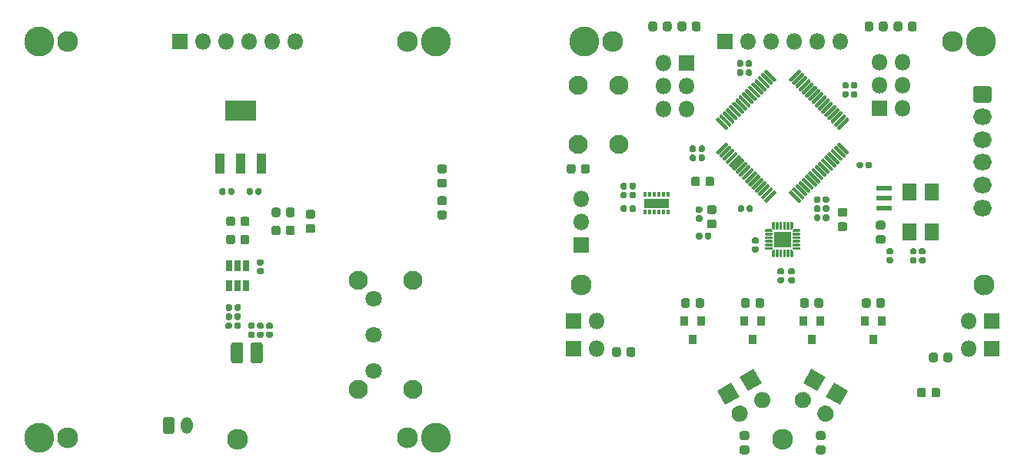
<source format=gbr>
%TF.GenerationSoftware,KiCad,Pcbnew,5.1.6-c6e7f7d~87~ubuntu18.04.1*%
%TF.CreationDate,2020-09-01T11:59:09+09:00*%
%TF.ProjectId,m5mouse,6d356d6f-7573-4652-9e6b-696361645f70,rev?*%
%TF.SameCoordinates,PX4c4b400PY8583b00*%
%TF.FileFunction,Soldermask,Bot*%
%TF.FilePolarity,Negative*%
%FSLAX46Y46*%
G04 Gerber Fmt 4.6, Leading zero omitted, Abs format (unit mm)*
G04 Created by KiCad (PCBNEW 5.1.6-c6e7f7d~87~ubuntu18.04.1) date 2020-09-01 11:59:09*
%MOMM*%
%LPD*%
G01*
G04 APERTURE LIST*
%ADD10C,2.300000*%
%ADD11C,3.300000*%
%ADD12R,3.350000X2.250000*%
%ADD13R,1.050000X2.250000*%
%ADD14O,2.050000X1.800000*%
%ADD15O,1.800000X1.800000*%
%ADD16R,1.800000X1.800000*%
%ADD17R,0.900000X1.000000*%
%ADD18C,2.100000*%
%ADD19C,1.800000*%
%ADD20R,0.750000X1.160000*%
%ADD21R,0.350000X0.600000*%
%ADD22R,2.750000X1.100000*%
%ADD23R,1.800000X0.600000*%
%ADD24R,1.500000X1.900000*%
%ADD25C,0.100000*%
%ADD26R,1.850000X1.700000*%
%ADD27O,1.300000X1.850000*%
G04 APERTURE END LIST*
D10*
%TO.C,MH9*%
X25000000Y3000000D03*
%TD*%
%TO.C,MH10*%
X85000000Y3000000D03*
%TD*%
%TO.C,MH8*%
X66300000Y46850000D03*
D11*
X63150000Y46850000D03*
%TD*%
D10*
%TO.C,MH5*%
X103700000Y46850000D03*
D11*
X106850000Y46850000D03*
%TD*%
D10*
%TO.C,MH2*%
X43700000Y3150000D03*
D11*
X46850000Y3150000D03*
%TD*%
D10*
%TO.C,MH3*%
X6300000Y3150000D03*
D11*
X3150000Y3150000D03*
%TD*%
D10*
%TO.C,MH4*%
X6300000Y46850000D03*
D11*
X3150000Y46850000D03*
%TD*%
D10*
%TO.C,MH1*%
X43700000Y46850000D03*
D11*
X46850000Y46850000D03*
%TD*%
D10*
%TO.C,MH6*%
X107200000Y20000000D03*
%TD*%
%TO.C,MH7*%
X62800000Y20000000D03*
%TD*%
%TO.C,C1*%
G36*
G01*
X24625000Y15302500D02*
X24625000Y15697500D01*
G75*
G02*
X24797500Y15870000I172500J0D01*
G01*
X25142500Y15870000D01*
G75*
G02*
X25315000Y15697500I0J-172500D01*
G01*
X25315000Y15302500D01*
G75*
G02*
X25142500Y15130000I-172500J0D01*
G01*
X24797500Y15130000D01*
G75*
G02*
X24625000Y15302500I0J172500D01*
G01*
G37*
G36*
G01*
X23655000Y15302500D02*
X23655000Y15697500D01*
G75*
G02*
X23827500Y15870000I172500J0D01*
G01*
X24172500Y15870000D01*
G75*
G02*
X24345000Y15697500I0J-172500D01*
G01*
X24345000Y15302500D01*
G75*
G02*
X24172500Y15130000I-172500J0D01*
G01*
X23827500Y15130000D01*
G75*
G02*
X23655000Y15302500I0J172500D01*
G01*
G37*
%TD*%
%TO.C,C2*%
G36*
G01*
X24640000Y16302500D02*
X24640000Y16697500D01*
G75*
G02*
X24812500Y16870000I172500J0D01*
G01*
X25157500Y16870000D01*
G75*
G02*
X25330000Y16697500I0J-172500D01*
G01*
X25330000Y16302500D01*
G75*
G02*
X25157500Y16130000I-172500J0D01*
G01*
X24812500Y16130000D01*
G75*
G02*
X24640000Y16302500I0J172500D01*
G01*
G37*
G36*
G01*
X23670000Y16302500D02*
X23670000Y16697500D01*
G75*
G02*
X23842500Y16870000I172500J0D01*
G01*
X24187500Y16870000D01*
G75*
G02*
X24360000Y16697500I0J-172500D01*
G01*
X24360000Y16302500D01*
G75*
G02*
X24187500Y16130000I-172500J0D01*
G01*
X23842500Y16130000D01*
G75*
G02*
X23670000Y16302500I0J172500D01*
G01*
G37*
%TD*%
%TO.C,C3*%
G36*
G01*
X23670000Y17302500D02*
X23670000Y17697500D01*
G75*
G02*
X23842500Y17870000I172500J0D01*
G01*
X24187500Y17870000D01*
G75*
G02*
X24360000Y17697500I0J-172500D01*
G01*
X24360000Y17302500D01*
G75*
G02*
X24187500Y17130000I-172500J0D01*
G01*
X23842500Y17130000D01*
G75*
G02*
X23670000Y17302500I0J172500D01*
G01*
G37*
G36*
G01*
X24640000Y17302500D02*
X24640000Y17697500D01*
G75*
G02*
X24812500Y17870000I172500J0D01*
G01*
X25157500Y17870000D01*
G75*
G02*
X25330000Y17697500I0J-172500D01*
G01*
X25330000Y17302500D01*
G75*
G02*
X25157500Y17130000I-172500J0D01*
G01*
X24812500Y17130000D01*
G75*
G02*
X24640000Y17302500I0J172500D01*
G01*
G37*
%TD*%
%TO.C,C4*%
G36*
G01*
X27697500Y22140000D02*
X27302500Y22140000D01*
G75*
G02*
X27130000Y22312500I0J172500D01*
G01*
X27130000Y22657500D01*
G75*
G02*
X27302500Y22830000I172500J0D01*
G01*
X27697500Y22830000D01*
G75*
G02*
X27870000Y22657500I0J-172500D01*
G01*
X27870000Y22312500D01*
G75*
G02*
X27697500Y22140000I-172500J0D01*
G01*
G37*
G36*
G01*
X27697500Y21170000D02*
X27302500Y21170000D01*
G75*
G02*
X27130000Y21342500I0J172500D01*
G01*
X27130000Y21687500D01*
G75*
G02*
X27302500Y21860000I172500J0D01*
G01*
X27697500Y21860000D01*
G75*
G02*
X27870000Y21687500I0J-172500D01*
G01*
X27870000Y21342500D01*
G75*
G02*
X27697500Y21170000I-172500J0D01*
G01*
G37*
%TD*%
%TO.C,C5*%
G36*
G01*
X28302500Y15830000D02*
X28697500Y15830000D01*
G75*
G02*
X28870000Y15657500I0J-172500D01*
G01*
X28870000Y15312500D01*
G75*
G02*
X28697500Y15140000I-172500J0D01*
G01*
X28302500Y15140000D01*
G75*
G02*
X28130000Y15312500I0J172500D01*
G01*
X28130000Y15657500D01*
G75*
G02*
X28302500Y15830000I172500J0D01*
G01*
G37*
G36*
G01*
X28302500Y14860000D02*
X28697500Y14860000D01*
G75*
G02*
X28870000Y14687500I0J-172500D01*
G01*
X28870000Y14342500D01*
G75*
G02*
X28697500Y14170000I-172500J0D01*
G01*
X28302500Y14170000D01*
G75*
G02*
X28130000Y14342500I0J172500D01*
G01*
X28130000Y14687500D01*
G75*
G02*
X28302500Y14860000I172500J0D01*
G01*
G37*
%TD*%
%TO.C,C6*%
G36*
G01*
X27302500Y15830000D02*
X27697500Y15830000D01*
G75*
G02*
X27870000Y15657500I0J-172500D01*
G01*
X27870000Y15312500D01*
G75*
G02*
X27697500Y15140000I-172500J0D01*
G01*
X27302500Y15140000D01*
G75*
G02*
X27130000Y15312500I0J172500D01*
G01*
X27130000Y15657500D01*
G75*
G02*
X27302500Y15830000I172500J0D01*
G01*
G37*
G36*
G01*
X27302500Y14860000D02*
X27697500Y14860000D01*
G75*
G02*
X27870000Y14687500I0J-172500D01*
G01*
X27870000Y14342500D01*
G75*
G02*
X27697500Y14170000I-172500J0D01*
G01*
X27302500Y14170000D01*
G75*
G02*
X27130000Y14342500I0J172500D01*
G01*
X27130000Y14687500D01*
G75*
G02*
X27302500Y14860000I172500J0D01*
G01*
G37*
%TD*%
%TO.C,C7*%
G36*
G01*
X26302500Y15830000D02*
X26697500Y15830000D01*
G75*
G02*
X26870000Y15657500I0J-172500D01*
G01*
X26870000Y15312500D01*
G75*
G02*
X26697500Y15140000I-172500J0D01*
G01*
X26302500Y15140000D01*
G75*
G02*
X26130000Y15312500I0J172500D01*
G01*
X26130000Y15657500D01*
G75*
G02*
X26302500Y15830000I172500J0D01*
G01*
G37*
G36*
G01*
X26302500Y14860000D02*
X26697500Y14860000D01*
G75*
G02*
X26870000Y14687500I0J-172500D01*
G01*
X26870000Y14342500D01*
G75*
G02*
X26697500Y14170000I-172500J0D01*
G01*
X26302500Y14170000D01*
G75*
G02*
X26130000Y14342500I0J172500D01*
G01*
X26130000Y14687500D01*
G75*
G02*
X26302500Y14860000I172500J0D01*
G01*
G37*
%TD*%
%TO.C,C8*%
G36*
G01*
X100202500Y23060000D02*
X100597500Y23060000D01*
G75*
G02*
X100770000Y22887500I0J-172500D01*
G01*
X100770000Y22542500D01*
G75*
G02*
X100597500Y22370000I-172500J0D01*
G01*
X100202500Y22370000D01*
G75*
G02*
X100030000Y22542500I0J172500D01*
G01*
X100030000Y22887500D01*
G75*
G02*
X100202500Y23060000I172500J0D01*
G01*
G37*
G36*
G01*
X100202500Y24030000D02*
X100597500Y24030000D01*
G75*
G02*
X100770000Y23857500I0J-172500D01*
G01*
X100770000Y23512500D01*
G75*
G02*
X100597500Y23340000I-172500J0D01*
G01*
X100202500Y23340000D01*
G75*
G02*
X100030000Y23512500I0J172500D01*
G01*
X100030000Y23857500D01*
G75*
G02*
X100202500Y24030000I172500J0D01*
G01*
G37*
%TD*%
%TO.C,C9*%
G36*
G01*
X99202500Y24030000D02*
X99597500Y24030000D01*
G75*
G02*
X99770000Y23857500I0J-172500D01*
G01*
X99770000Y23512500D01*
G75*
G02*
X99597500Y23340000I-172500J0D01*
G01*
X99202500Y23340000D01*
G75*
G02*
X99030000Y23512500I0J172500D01*
G01*
X99030000Y23857500D01*
G75*
G02*
X99202500Y24030000I172500J0D01*
G01*
G37*
G36*
G01*
X99202500Y23060000D02*
X99597500Y23060000D01*
G75*
G02*
X99770000Y22887500I0J-172500D01*
G01*
X99770000Y22542500D01*
G75*
G02*
X99597500Y22370000I-172500J0D01*
G01*
X99202500Y22370000D01*
G75*
G02*
X99030000Y22542500I0J172500D01*
G01*
X99030000Y22887500D01*
G75*
G02*
X99202500Y23060000I172500J0D01*
G01*
G37*
%TD*%
%TO.C,C10*%
G36*
G01*
X92260000Y41197500D02*
X92260000Y40802500D01*
G75*
G02*
X92087500Y40630000I-172500J0D01*
G01*
X91742500Y40630000D01*
G75*
G02*
X91570000Y40802500I0J172500D01*
G01*
X91570000Y41197500D01*
G75*
G02*
X91742500Y41370000I172500J0D01*
G01*
X92087500Y41370000D01*
G75*
G02*
X92260000Y41197500I0J-172500D01*
G01*
G37*
G36*
G01*
X93230000Y41197500D02*
X93230000Y40802500D01*
G75*
G02*
X93057500Y40630000I-172500J0D01*
G01*
X92712500Y40630000D01*
G75*
G02*
X92540000Y40802500I0J172500D01*
G01*
X92540000Y41197500D01*
G75*
G02*
X92712500Y41370000I172500J0D01*
G01*
X93057500Y41370000D01*
G75*
G02*
X93230000Y41197500I0J-172500D01*
G01*
G37*
%TD*%
%TO.C,C11*%
G36*
G01*
X81730000Y28597500D02*
X81730000Y28202500D01*
G75*
G02*
X81557500Y28030000I-172500J0D01*
G01*
X81212500Y28030000D01*
G75*
G02*
X81040000Y28202500I0J172500D01*
G01*
X81040000Y28597500D01*
G75*
G02*
X81212500Y28770000I172500J0D01*
G01*
X81557500Y28770000D01*
G75*
G02*
X81730000Y28597500I0J-172500D01*
G01*
G37*
G36*
G01*
X80760000Y28597500D02*
X80760000Y28202500D01*
G75*
G02*
X80587500Y28030000I-172500J0D01*
G01*
X80242500Y28030000D01*
G75*
G02*
X80070000Y28202500I0J172500D01*
G01*
X80070000Y28597500D01*
G75*
G02*
X80242500Y28770000I172500J0D01*
G01*
X80587500Y28770000D01*
G75*
G02*
X80760000Y28597500I0J-172500D01*
G01*
G37*
%TD*%
%TO.C,C12*%
G36*
G01*
X74770000Y34802500D02*
X74770000Y35197500D01*
G75*
G02*
X74942500Y35370000I172500J0D01*
G01*
X75287500Y35370000D01*
G75*
G02*
X75460000Y35197500I0J-172500D01*
G01*
X75460000Y34802500D01*
G75*
G02*
X75287500Y34630000I-172500J0D01*
G01*
X74942500Y34630000D01*
G75*
G02*
X74770000Y34802500I0J172500D01*
G01*
G37*
G36*
G01*
X75740000Y34802500D02*
X75740000Y35197500D01*
G75*
G02*
X75912500Y35370000I172500J0D01*
G01*
X76257500Y35370000D01*
G75*
G02*
X76430000Y35197500I0J-172500D01*
G01*
X76430000Y34802500D01*
G75*
G02*
X76257500Y34630000I-172500J0D01*
G01*
X75912500Y34630000D01*
G75*
G02*
X75740000Y34802500I0J172500D01*
G01*
G37*
%TD*%
%TO.C,C13*%
G36*
G01*
X80940000Y44202500D02*
X80940000Y44597500D01*
G75*
G02*
X81112500Y44770000I172500J0D01*
G01*
X81457500Y44770000D01*
G75*
G02*
X81630000Y44597500I0J-172500D01*
G01*
X81630000Y44202500D01*
G75*
G02*
X81457500Y44030000I-172500J0D01*
G01*
X81112500Y44030000D01*
G75*
G02*
X80940000Y44202500I0J172500D01*
G01*
G37*
G36*
G01*
X79970000Y44202500D02*
X79970000Y44597500D01*
G75*
G02*
X80142500Y44770000I172500J0D01*
G01*
X80487500Y44770000D01*
G75*
G02*
X80660000Y44597500I0J-172500D01*
G01*
X80660000Y44202500D01*
G75*
G02*
X80487500Y44030000I-172500J0D01*
G01*
X80142500Y44030000D01*
G75*
G02*
X79970000Y44202500I0J172500D01*
G01*
G37*
%TD*%
%TO.C,C14*%
G36*
G01*
X91570000Y41802500D02*
X91570000Y42197500D01*
G75*
G02*
X91742500Y42370000I172500J0D01*
G01*
X92087500Y42370000D01*
G75*
G02*
X92260000Y42197500I0J-172500D01*
G01*
X92260000Y41802500D01*
G75*
G02*
X92087500Y41630000I-172500J0D01*
G01*
X91742500Y41630000D01*
G75*
G02*
X91570000Y41802500I0J172500D01*
G01*
G37*
G36*
G01*
X92540000Y41802500D02*
X92540000Y42197500D01*
G75*
G02*
X92712500Y42370000I172500J0D01*
G01*
X93057500Y42370000D01*
G75*
G02*
X93230000Y42197500I0J-172500D01*
G01*
X93230000Y41802500D01*
G75*
G02*
X93057500Y41630000I-172500J0D01*
G01*
X92712500Y41630000D01*
G75*
G02*
X92540000Y41802500I0J172500D01*
G01*
G37*
%TD*%
%TO.C,C15*%
G36*
G01*
X90130000Y29597500D02*
X90130000Y29202500D01*
G75*
G02*
X89957500Y29030000I-172500J0D01*
G01*
X89612500Y29030000D01*
G75*
G02*
X89440000Y29202500I0J172500D01*
G01*
X89440000Y29597500D01*
G75*
G02*
X89612500Y29770000I172500J0D01*
G01*
X89957500Y29770000D01*
G75*
G02*
X90130000Y29597500I0J-172500D01*
G01*
G37*
G36*
G01*
X89160000Y29597500D02*
X89160000Y29202500D01*
G75*
G02*
X88987500Y29030000I-172500J0D01*
G01*
X88642500Y29030000D01*
G75*
G02*
X88470000Y29202500I0J172500D01*
G01*
X88470000Y29597500D01*
G75*
G02*
X88642500Y29770000I172500J0D01*
G01*
X88987500Y29770000D01*
G75*
G02*
X89160000Y29597500I0J-172500D01*
G01*
G37*
%TD*%
%TO.C,C16*%
G36*
G01*
X90130000Y28597500D02*
X90130000Y28202500D01*
G75*
G02*
X89957500Y28030000I-172500J0D01*
G01*
X89612500Y28030000D01*
G75*
G02*
X89440000Y28202500I0J172500D01*
G01*
X89440000Y28597500D01*
G75*
G02*
X89612500Y28770000I172500J0D01*
G01*
X89957500Y28770000D01*
G75*
G02*
X90130000Y28597500I0J-172500D01*
G01*
G37*
G36*
G01*
X89160000Y28597500D02*
X89160000Y28202500D01*
G75*
G02*
X88987500Y28030000I-172500J0D01*
G01*
X88642500Y28030000D01*
G75*
G02*
X88470000Y28202500I0J172500D01*
G01*
X88470000Y28597500D01*
G75*
G02*
X88642500Y28770000I172500J0D01*
G01*
X88987500Y28770000D01*
G75*
G02*
X89160000Y28597500I0J-172500D01*
G01*
G37*
%TD*%
%TO.C,C17*%
G36*
G01*
X90130000Y27597500D02*
X90130000Y27202500D01*
G75*
G02*
X89957500Y27030000I-172500J0D01*
G01*
X89612500Y27030000D01*
G75*
G02*
X89440000Y27202500I0J172500D01*
G01*
X89440000Y27597500D01*
G75*
G02*
X89612500Y27770000I172500J0D01*
G01*
X89957500Y27770000D01*
G75*
G02*
X90130000Y27597500I0J-172500D01*
G01*
G37*
G36*
G01*
X89160000Y27597500D02*
X89160000Y27202500D01*
G75*
G02*
X88987500Y27030000I-172500J0D01*
G01*
X88642500Y27030000D01*
G75*
G02*
X88470000Y27202500I0J172500D01*
G01*
X88470000Y27597500D01*
G75*
G02*
X88642500Y27770000I172500J0D01*
G01*
X88987500Y27770000D01*
G75*
G02*
X89160000Y27597500I0J-172500D01*
G01*
G37*
%TD*%
%TO.C,C18*%
G36*
G01*
X75602500Y27660000D02*
X75997500Y27660000D01*
G75*
G02*
X76170000Y27487500I0J-172500D01*
G01*
X76170000Y27142500D01*
G75*
G02*
X75997500Y26970000I-172500J0D01*
G01*
X75602500Y26970000D01*
G75*
G02*
X75430000Y27142500I0J172500D01*
G01*
X75430000Y27487500D01*
G75*
G02*
X75602500Y27660000I172500J0D01*
G01*
G37*
G36*
G01*
X75602500Y28630000D02*
X75997500Y28630000D01*
G75*
G02*
X76170000Y28457500I0J-172500D01*
G01*
X76170000Y28112500D01*
G75*
G02*
X75997500Y27940000I-172500J0D01*
G01*
X75602500Y27940000D01*
G75*
G02*
X75430000Y28112500I0J172500D01*
G01*
X75430000Y28457500D01*
G75*
G02*
X75602500Y28630000I172500J0D01*
G01*
G37*
%TD*%
%TO.C,C19*%
G36*
G01*
X76160000Y25597500D02*
X76160000Y25202500D01*
G75*
G02*
X75987500Y25030000I-172500J0D01*
G01*
X75642500Y25030000D01*
G75*
G02*
X75470000Y25202500I0J172500D01*
G01*
X75470000Y25597500D01*
G75*
G02*
X75642500Y25770000I172500J0D01*
G01*
X75987500Y25770000D01*
G75*
G02*
X76160000Y25597500I0J-172500D01*
G01*
G37*
G36*
G01*
X77130000Y25597500D02*
X77130000Y25202500D01*
G75*
G02*
X76957500Y25030000I-172500J0D01*
G01*
X76612500Y25030000D01*
G75*
G02*
X76440000Y25202500I0J172500D01*
G01*
X76440000Y25597500D01*
G75*
G02*
X76612500Y25770000I172500J0D01*
G01*
X76957500Y25770000D01*
G75*
G02*
X77130000Y25597500I0J-172500D01*
G01*
G37*
%TD*%
%TO.C,C20*%
G36*
G01*
X67860000Y30097500D02*
X67860000Y29702500D01*
G75*
G02*
X67687500Y29530000I-172500J0D01*
G01*
X67342500Y29530000D01*
G75*
G02*
X67170000Y29702500I0J172500D01*
G01*
X67170000Y30097500D01*
G75*
G02*
X67342500Y30270000I172500J0D01*
G01*
X67687500Y30270000D01*
G75*
G02*
X67860000Y30097500I0J-172500D01*
G01*
G37*
G36*
G01*
X68830000Y30097500D02*
X68830000Y29702500D01*
G75*
G02*
X68657500Y29530000I-172500J0D01*
G01*
X68312500Y29530000D01*
G75*
G02*
X68140000Y29702500I0J172500D01*
G01*
X68140000Y30097500D01*
G75*
G02*
X68312500Y30270000I172500J0D01*
G01*
X68657500Y30270000D01*
G75*
G02*
X68830000Y30097500I0J-172500D01*
G01*
G37*
%TD*%
%TO.C,C21*%
G36*
G01*
X67860000Y28597500D02*
X67860000Y28202500D01*
G75*
G02*
X67687500Y28030000I-172500J0D01*
G01*
X67342500Y28030000D01*
G75*
G02*
X67170000Y28202500I0J172500D01*
G01*
X67170000Y28597500D01*
G75*
G02*
X67342500Y28770000I172500J0D01*
G01*
X67687500Y28770000D01*
G75*
G02*
X67860000Y28597500I0J-172500D01*
G01*
G37*
G36*
G01*
X68830000Y28597500D02*
X68830000Y28202500D01*
G75*
G02*
X68657500Y28030000I-172500J0D01*
G01*
X68312500Y28030000D01*
G75*
G02*
X68140000Y28202500I0J172500D01*
G01*
X68140000Y28597500D01*
G75*
G02*
X68312500Y28770000I172500J0D01*
G01*
X68657500Y28770000D01*
G75*
G02*
X68830000Y28597500I0J-172500D01*
G01*
G37*
%TD*%
%TO.C,C22*%
G36*
G01*
X96602500Y24030000D02*
X96997500Y24030000D01*
G75*
G02*
X97170000Y23857500I0J-172500D01*
G01*
X97170000Y23512500D01*
G75*
G02*
X96997500Y23340000I-172500J0D01*
G01*
X96602500Y23340000D01*
G75*
G02*
X96430000Y23512500I0J172500D01*
G01*
X96430000Y23857500D01*
G75*
G02*
X96602500Y24030000I172500J0D01*
G01*
G37*
G36*
G01*
X96602500Y23060000D02*
X96997500Y23060000D01*
G75*
G02*
X97170000Y22887500I0J-172500D01*
G01*
X97170000Y22542500D01*
G75*
G02*
X96997500Y22370000I-172500J0D01*
G01*
X96602500Y22370000D01*
G75*
G02*
X96430000Y22542500I0J172500D01*
G01*
X96430000Y22887500D01*
G75*
G02*
X96602500Y23060000I172500J0D01*
G01*
G37*
%TD*%
%TO.C,C23*%
G36*
G01*
X75460000Y34197500D02*
X75460000Y33802500D01*
G75*
G02*
X75287500Y33630000I-172500J0D01*
G01*
X74942500Y33630000D01*
G75*
G02*
X74770000Y33802500I0J172500D01*
G01*
X74770000Y34197500D01*
G75*
G02*
X74942500Y34370000I172500J0D01*
G01*
X75287500Y34370000D01*
G75*
G02*
X75460000Y34197500I0J-172500D01*
G01*
G37*
G36*
G01*
X76430000Y34197500D02*
X76430000Y33802500D01*
G75*
G02*
X76257500Y33630000I-172500J0D01*
G01*
X75912500Y33630000D01*
G75*
G02*
X75740000Y33802500I0J172500D01*
G01*
X75740000Y34197500D01*
G75*
G02*
X75912500Y34370000I172500J0D01*
G01*
X76257500Y34370000D01*
G75*
G02*
X76430000Y34197500I0J-172500D01*
G01*
G37*
%TD*%
%TO.C,C24*%
G36*
G01*
X81630000Y43597500D02*
X81630000Y43202500D01*
G75*
G02*
X81457500Y43030000I-172500J0D01*
G01*
X81112500Y43030000D01*
G75*
G02*
X80940000Y43202500I0J172500D01*
G01*
X80940000Y43597500D01*
G75*
G02*
X81112500Y43770000I172500J0D01*
G01*
X81457500Y43770000D01*
G75*
G02*
X81630000Y43597500I0J-172500D01*
G01*
G37*
G36*
G01*
X80660000Y43597500D02*
X80660000Y43202500D01*
G75*
G02*
X80487500Y43030000I-172500J0D01*
G01*
X80142500Y43030000D01*
G75*
G02*
X79970000Y43202500I0J172500D01*
G01*
X79970000Y43597500D01*
G75*
G02*
X80142500Y43770000I172500J0D01*
G01*
X80487500Y43770000D01*
G75*
G02*
X80660000Y43597500I0J-172500D01*
G01*
G37*
%TD*%
%TO.C,C25*%
G36*
G01*
X68830000Y31097500D02*
X68830000Y30702500D01*
G75*
G02*
X68657500Y30530000I-172500J0D01*
G01*
X68312500Y30530000D01*
G75*
G02*
X68140000Y30702500I0J172500D01*
G01*
X68140000Y31097500D01*
G75*
G02*
X68312500Y31270000I172500J0D01*
G01*
X68657500Y31270000D01*
G75*
G02*
X68830000Y31097500I0J-172500D01*
G01*
G37*
G36*
G01*
X67860000Y31097500D02*
X67860000Y30702500D01*
G75*
G02*
X67687500Y30530000I-172500J0D01*
G01*
X67342500Y30530000D01*
G75*
G02*
X67170000Y30702500I0J172500D01*
G01*
X67170000Y31097500D01*
G75*
G02*
X67342500Y31270000I172500J0D01*
G01*
X67687500Y31270000D01*
G75*
G02*
X67860000Y31097500I0J-172500D01*
G01*
G37*
%TD*%
%TO.C,C26*%
G36*
G01*
X26660000Y30497500D02*
X26660000Y30102500D01*
G75*
G02*
X26487500Y29930000I-172500J0D01*
G01*
X26142500Y29930000D01*
G75*
G02*
X25970000Y30102500I0J172500D01*
G01*
X25970000Y30497500D01*
G75*
G02*
X26142500Y30670000I172500J0D01*
G01*
X26487500Y30670000D01*
G75*
G02*
X26660000Y30497500I0J-172500D01*
G01*
G37*
G36*
G01*
X27630000Y30497500D02*
X27630000Y30102500D01*
G75*
G02*
X27457500Y29930000I-172500J0D01*
G01*
X27112500Y29930000D01*
G75*
G02*
X26940000Y30102500I0J172500D01*
G01*
X26940000Y30497500D01*
G75*
G02*
X27112500Y30670000I172500J0D01*
G01*
X27457500Y30670000D01*
G75*
G02*
X27630000Y30497500I0J-172500D01*
G01*
G37*
%TD*%
%TO.C,C27*%
G36*
G01*
X23940000Y30102500D02*
X23940000Y30497500D01*
G75*
G02*
X24112500Y30670000I172500J0D01*
G01*
X24457500Y30670000D01*
G75*
G02*
X24630000Y30497500I0J-172500D01*
G01*
X24630000Y30102500D01*
G75*
G02*
X24457500Y29930000I-172500J0D01*
G01*
X24112500Y29930000D01*
G75*
G02*
X23940000Y30102500I0J172500D01*
G01*
G37*
G36*
G01*
X22970000Y30102500D02*
X22970000Y30497500D01*
G75*
G02*
X23142500Y30670000I172500J0D01*
G01*
X23487500Y30670000D01*
G75*
G02*
X23660000Y30497500I0J-172500D01*
G01*
X23660000Y30102500D01*
G75*
G02*
X23487500Y29930000I-172500J0D01*
G01*
X23142500Y29930000D01*
G75*
G02*
X22970000Y30102500I0J172500D01*
G01*
G37*
%TD*%
%TO.C,C28*%
G36*
G01*
X94140000Y33002500D02*
X94140000Y33397500D01*
G75*
G02*
X94312500Y33570000I172500J0D01*
G01*
X94657500Y33570000D01*
G75*
G02*
X94830000Y33397500I0J-172500D01*
G01*
X94830000Y33002500D01*
G75*
G02*
X94657500Y32830000I-172500J0D01*
G01*
X94312500Y32830000D01*
G75*
G02*
X94140000Y33002500I0J172500D01*
G01*
G37*
G36*
G01*
X93170000Y33002500D02*
X93170000Y33397500D01*
G75*
G02*
X93342500Y33570000I172500J0D01*
G01*
X93687500Y33570000D01*
G75*
G02*
X93860000Y33397500I0J-172500D01*
G01*
X93860000Y33002500D01*
G75*
G02*
X93687500Y32830000I-172500J0D01*
G01*
X93342500Y32830000D01*
G75*
G02*
X93170000Y33002500I0J172500D01*
G01*
G37*
%TD*%
%TO.C,D1*%
G36*
G01*
X47781250Y28800000D02*
X47218750Y28800000D01*
G75*
G02*
X46975000Y29043750I0J243750D01*
G01*
X46975000Y29531250D01*
G75*
G02*
X47218750Y29775000I243750J0D01*
G01*
X47781250Y29775000D01*
G75*
G02*
X48025000Y29531250I0J-243750D01*
G01*
X48025000Y29043750D01*
G75*
G02*
X47781250Y28800000I-243750J0D01*
G01*
G37*
G36*
G01*
X47781250Y27225000D02*
X47218750Y27225000D01*
G75*
G02*
X46975000Y27468750I0J243750D01*
G01*
X46975000Y27956250D01*
G75*
G02*
X47218750Y28200000I243750J0D01*
G01*
X47781250Y28200000D01*
G75*
G02*
X48025000Y27956250I0J-243750D01*
G01*
X48025000Y27468750D01*
G75*
G02*
X47781250Y27225000I-243750J0D01*
G01*
G37*
%TD*%
%TO.C,D6*%
G36*
G01*
X97225000Y48218750D02*
X97225000Y48781250D01*
G75*
G02*
X97468750Y49025000I243750J0D01*
G01*
X97956250Y49025000D01*
G75*
G02*
X98200000Y48781250I0J-243750D01*
G01*
X98200000Y48218750D01*
G75*
G02*
X97956250Y47975000I-243750J0D01*
G01*
X97468750Y47975000D01*
G75*
G02*
X97225000Y48218750I0J243750D01*
G01*
G37*
G36*
G01*
X98800000Y48218750D02*
X98800000Y48781250D01*
G75*
G02*
X99043750Y49025000I243750J0D01*
G01*
X99531250Y49025000D01*
G75*
G02*
X99775000Y48781250I0J-243750D01*
G01*
X99775000Y48218750D01*
G75*
G02*
X99531250Y47975000I-243750J0D01*
G01*
X99043750Y47975000D01*
G75*
G02*
X98800000Y48218750I0J243750D01*
G01*
G37*
%TD*%
%TO.C,D7*%
G36*
G01*
X72775000Y48781250D02*
X72775000Y48218750D01*
G75*
G02*
X72531250Y47975000I-243750J0D01*
G01*
X72043750Y47975000D01*
G75*
G02*
X71800000Y48218750I0J243750D01*
G01*
X71800000Y48781250D01*
G75*
G02*
X72043750Y49025000I243750J0D01*
G01*
X72531250Y49025000D01*
G75*
G02*
X72775000Y48781250I0J-243750D01*
G01*
G37*
G36*
G01*
X71200000Y48781250D02*
X71200000Y48218750D01*
G75*
G02*
X70956250Y47975000I-243750J0D01*
G01*
X70468750Y47975000D01*
G75*
G02*
X70225000Y48218750I0J243750D01*
G01*
X70225000Y48781250D01*
G75*
G02*
X70468750Y49025000I243750J0D01*
G01*
X70956250Y49025000D01*
G75*
G02*
X71200000Y48781250I0J-243750D01*
G01*
G37*
%TD*%
D12*
%TO.C,IC1*%
X25300000Y39200000D03*
D13*
X25300000Y33400000D03*
X27600000Y33400000D03*
X23000000Y33400000D03*
%TD*%
%TO.C,J3*%
G36*
G01*
X106239706Y41900000D02*
X107760294Y41900000D01*
G75*
G02*
X108025000Y41635294I0J-264706D01*
G01*
X108025000Y40364706D01*
G75*
G02*
X107760294Y40100000I-264706J0D01*
G01*
X106239706Y40100000D01*
G75*
G02*
X105975000Y40364706I0J264706D01*
G01*
X105975000Y41635294D01*
G75*
G02*
X106239706Y41900000I264706J0D01*
G01*
G37*
D14*
X107000000Y38500000D03*
X107000000Y36000000D03*
X107000000Y33500000D03*
X107000000Y31000000D03*
X107000000Y28500000D03*
%TD*%
D15*
%TO.C,J4*%
X98240000Y44580000D03*
X95700000Y44580000D03*
X98240000Y42040000D03*
X95700000Y42040000D03*
X98240000Y39500000D03*
D16*
X95700000Y39500000D03*
%TD*%
%TO.C,J5*%
X74400000Y44500000D03*
D15*
X71860000Y44500000D03*
X74400000Y41960000D03*
X71860000Y41960000D03*
X74400000Y39420000D03*
X71860000Y39420000D03*
%TD*%
D16*
%TO.C,J6*%
X62800000Y24400000D03*
D15*
X62800000Y26940000D03*
X62800000Y29480000D03*
%TD*%
D16*
%TO.C,J7*%
X18650000Y46800000D03*
D15*
X21190000Y46800000D03*
X23730000Y46800000D03*
X26270000Y46800000D03*
X28810000Y46800000D03*
X31350000Y46800000D03*
%TD*%
D16*
%TO.C,J8*%
X78650000Y46800000D03*
D15*
X81190000Y46800000D03*
X83730000Y46800000D03*
X86270000Y46800000D03*
X88810000Y46800000D03*
X91350000Y46800000D03*
%TD*%
%TO.C,L1*%
G36*
G01*
X24250000Y11620000D02*
X24250000Y13380000D01*
G75*
G02*
X24520000Y13650000I270000J0D01*
G01*
X25330000Y13650000D01*
G75*
G02*
X25600000Y13380000I0J-270000D01*
G01*
X25600000Y11620000D01*
G75*
G02*
X25330000Y11350000I-270000J0D01*
G01*
X24520000Y11350000D01*
G75*
G02*
X24250000Y11620000I0J270000D01*
G01*
G37*
G36*
G01*
X26400000Y11620000D02*
X26400000Y13380000D01*
G75*
G02*
X26670000Y13650000I270000J0D01*
G01*
X27480000Y13650000D01*
G75*
G02*
X27750000Y13380000I0J-270000D01*
G01*
X27750000Y11620000D01*
G75*
G02*
X27480000Y11350000I-270000J0D01*
G01*
X26670000Y11350000D01*
G75*
G02*
X26400000Y11620000I0J270000D01*
G01*
G37*
%TD*%
D17*
%TO.C,Q1*%
X94050000Y16000000D03*
X95950000Y16000000D03*
X95000000Y14000000D03*
%TD*%
%TO.C,Q3*%
X88200000Y14000000D03*
X89150000Y16000000D03*
X87250000Y16000000D03*
%TD*%
%TO.C,Q5*%
X80750000Y16000000D03*
X82650000Y16000000D03*
X81700000Y14000000D03*
%TD*%
%TO.C,Q7*%
X75100000Y14000000D03*
X76050000Y16000000D03*
X74150000Y16000000D03*
%TD*%
%TO.C,R1*%
G36*
G01*
X29700000Y26281250D02*
X29700000Y25718750D01*
G75*
G02*
X29456250Y25475000I-243750J0D01*
G01*
X28968750Y25475000D01*
G75*
G02*
X28725000Y25718750I0J243750D01*
G01*
X28725000Y26281250D01*
G75*
G02*
X28968750Y26525000I243750J0D01*
G01*
X29456250Y26525000D01*
G75*
G02*
X29700000Y26281250I0J-243750D01*
G01*
G37*
G36*
G01*
X31275000Y26281250D02*
X31275000Y25718750D01*
G75*
G02*
X31031250Y25475000I-243750J0D01*
G01*
X30543750Y25475000D01*
G75*
G02*
X30300000Y25718750I0J243750D01*
G01*
X30300000Y26281250D01*
G75*
G02*
X30543750Y26525000I243750J0D01*
G01*
X31031250Y26525000D01*
G75*
G02*
X31275000Y26281250I0J-243750D01*
G01*
G37*
%TD*%
%TO.C,R2*%
G36*
G01*
X26275000Y27281250D02*
X26275000Y26718750D01*
G75*
G02*
X26031250Y26475000I-243750J0D01*
G01*
X25543750Y26475000D01*
G75*
G02*
X25300000Y26718750I0J243750D01*
G01*
X25300000Y27281250D01*
G75*
G02*
X25543750Y27525000I243750J0D01*
G01*
X26031250Y27525000D01*
G75*
G02*
X26275000Y27281250I0J-243750D01*
G01*
G37*
G36*
G01*
X24700000Y27281250D02*
X24700000Y26718750D01*
G75*
G02*
X24456250Y26475000I-243750J0D01*
G01*
X23968750Y26475000D01*
G75*
G02*
X23725000Y26718750I0J243750D01*
G01*
X23725000Y27281250D01*
G75*
G02*
X23968750Y27525000I243750J0D01*
G01*
X24456250Y27525000D01*
G75*
G02*
X24700000Y27281250I0J-243750D01*
G01*
G37*
%TD*%
%TO.C,R3*%
G36*
G01*
X25300000Y24718750D02*
X25300000Y25281250D01*
G75*
G02*
X25543750Y25525000I243750J0D01*
G01*
X26031250Y25525000D01*
G75*
G02*
X26275000Y25281250I0J-243750D01*
G01*
X26275000Y24718750D01*
G75*
G02*
X26031250Y24475000I-243750J0D01*
G01*
X25543750Y24475000D01*
G75*
G02*
X25300000Y24718750I0J243750D01*
G01*
G37*
G36*
G01*
X23725000Y24718750D02*
X23725000Y25281250D01*
G75*
G02*
X23968750Y25525000I243750J0D01*
G01*
X24456250Y25525000D01*
G75*
G02*
X24700000Y25281250I0J-243750D01*
G01*
X24700000Y24718750D01*
G75*
G02*
X24456250Y24475000I-243750J0D01*
G01*
X23968750Y24475000D01*
G75*
G02*
X23725000Y24718750I0J243750D01*
G01*
G37*
%TD*%
%TO.C,R4*%
G36*
G01*
X96081250Y24525000D02*
X95518750Y24525000D01*
G75*
G02*
X95275000Y24768750I0J243750D01*
G01*
X95275000Y25256250D01*
G75*
G02*
X95518750Y25500000I243750J0D01*
G01*
X96081250Y25500000D01*
G75*
G02*
X96325000Y25256250I0J-243750D01*
G01*
X96325000Y24768750D01*
G75*
G02*
X96081250Y24525000I-243750J0D01*
G01*
G37*
G36*
G01*
X96081250Y26100000D02*
X95518750Y26100000D01*
G75*
G02*
X95275000Y26343750I0J243750D01*
G01*
X95275000Y26831250D01*
G75*
G02*
X95518750Y27075000I243750J0D01*
G01*
X96081250Y27075000D01*
G75*
G02*
X96325000Y26831250I0J-243750D01*
G01*
X96325000Y26343750D01*
G75*
G02*
X96081250Y26100000I-243750J0D01*
G01*
G37*
%TD*%
%TO.C,R5*%
G36*
G01*
X77481250Y27800000D02*
X76918750Y27800000D01*
G75*
G02*
X76675000Y28043750I0J243750D01*
G01*
X76675000Y28531250D01*
G75*
G02*
X76918750Y28775000I243750J0D01*
G01*
X77481250Y28775000D01*
G75*
G02*
X77725000Y28531250I0J-243750D01*
G01*
X77725000Y28043750D01*
G75*
G02*
X77481250Y27800000I-243750J0D01*
G01*
G37*
G36*
G01*
X77481250Y26225000D02*
X76918750Y26225000D01*
G75*
G02*
X76675000Y26468750I0J243750D01*
G01*
X76675000Y26956250D01*
G75*
G02*
X76918750Y27200000I243750J0D01*
G01*
X77481250Y27200000D01*
G75*
G02*
X77725000Y26956250I0J-243750D01*
G01*
X77725000Y26468750D01*
G75*
G02*
X77481250Y26225000I-243750J0D01*
G01*
G37*
%TD*%
%TO.C,R6*%
G36*
G01*
X93725000Y17718750D02*
X93725000Y18281250D01*
G75*
G02*
X93968750Y18525000I243750J0D01*
G01*
X94456250Y18525000D01*
G75*
G02*
X94700000Y18281250I0J-243750D01*
G01*
X94700000Y17718750D01*
G75*
G02*
X94456250Y17475000I-243750J0D01*
G01*
X93968750Y17475000D01*
G75*
G02*
X93725000Y17718750I0J243750D01*
G01*
G37*
G36*
G01*
X95300000Y17718750D02*
X95300000Y18281250D01*
G75*
G02*
X95543750Y18525000I243750J0D01*
G01*
X96031250Y18525000D01*
G75*
G02*
X96275000Y18281250I0J-243750D01*
G01*
X96275000Y17718750D01*
G75*
G02*
X96031250Y17475000I-243750J0D01*
G01*
X95543750Y17475000D01*
G75*
G02*
X95300000Y17718750I0J243750D01*
G01*
G37*
%TD*%
%TO.C,R7*%
G36*
G01*
X103675000Y12281250D02*
X103675000Y11718750D01*
G75*
G02*
X103431250Y11475000I-243750J0D01*
G01*
X102943750Y11475000D01*
G75*
G02*
X102700000Y11718750I0J243750D01*
G01*
X102700000Y12281250D01*
G75*
G02*
X102943750Y12525000I243750J0D01*
G01*
X103431250Y12525000D01*
G75*
G02*
X103675000Y12281250I0J-243750D01*
G01*
G37*
G36*
G01*
X102100000Y12281250D02*
X102100000Y11718750D01*
G75*
G02*
X101856250Y11475000I-243750J0D01*
G01*
X101368750Y11475000D01*
G75*
G02*
X101125000Y11718750I0J243750D01*
G01*
X101125000Y12281250D01*
G75*
G02*
X101368750Y12525000I243750J0D01*
G01*
X101856250Y12525000D01*
G75*
G02*
X102100000Y12281250I0J-243750D01*
G01*
G37*
%TD*%
%TO.C,R8*%
G36*
G01*
X88500000Y17718750D02*
X88500000Y18281250D01*
G75*
G02*
X88743750Y18525000I243750J0D01*
G01*
X89231250Y18525000D01*
G75*
G02*
X89475000Y18281250I0J-243750D01*
G01*
X89475000Y17718750D01*
G75*
G02*
X89231250Y17475000I-243750J0D01*
G01*
X88743750Y17475000D01*
G75*
G02*
X88500000Y17718750I0J243750D01*
G01*
G37*
G36*
G01*
X86925000Y17718750D02*
X86925000Y18281250D01*
G75*
G02*
X87168750Y18525000I243750J0D01*
G01*
X87656250Y18525000D01*
G75*
G02*
X87900000Y18281250I0J-243750D01*
G01*
X87900000Y17718750D01*
G75*
G02*
X87656250Y17475000I-243750J0D01*
G01*
X87168750Y17475000D01*
G75*
G02*
X86925000Y17718750I0J243750D01*
G01*
G37*
%TD*%
%TO.C,R9*%
G36*
G01*
X88918750Y3875000D02*
X89481250Y3875000D01*
G75*
G02*
X89725000Y3631250I0J-243750D01*
G01*
X89725000Y3143750D01*
G75*
G02*
X89481250Y2900000I-243750J0D01*
G01*
X88918750Y2900000D01*
G75*
G02*
X88675000Y3143750I0J243750D01*
G01*
X88675000Y3631250D01*
G75*
G02*
X88918750Y3875000I243750J0D01*
G01*
G37*
G36*
G01*
X88918750Y2300000D02*
X89481250Y2300000D01*
G75*
G02*
X89725000Y2056250I0J-243750D01*
G01*
X89725000Y1568750D01*
G75*
G02*
X89481250Y1325000I-243750J0D01*
G01*
X88918750Y1325000D01*
G75*
G02*
X88675000Y1568750I0J243750D01*
G01*
X88675000Y2056250D01*
G75*
G02*
X88918750Y2300000I243750J0D01*
G01*
G37*
%TD*%
%TO.C,R10*%
G36*
G01*
X82000000Y17718750D02*
X82000000Y18281250D01*
G75*
G02*
X82243750Y18525000I243750J0D01*
G01*
X82731250Y18525000D01*
G75*
G02*
X82975000Y18281250I0J-243750D01*
G01*
X82975000Y17718750D01*
G75*
G02*
X82731250Y17475000I-243750J0D01*
G01*
X82243750Y17475000D01*
G75*
G02*
X82000000Y17718750I0J243750D01*
G01*
G37*
G36*
G01*
X80425000Y17718750D02*
X80425000Y18281250D01*
G75*
G02*
X80668750Y18525000I243750J0D01*
G01*
X81156250Y18525000D01*
G75*
G02*
X81400000Y18281250I0J-243750D01*
G01*
X81400000Y17718750D01*
G75*
G02*
X81156250Y17475000I-243750J0D01*
G01*
X80668750Y17475000D01*
G75*
G02*
X80425000Y17718750I0J243750D01*
G01*
G37*
%TD*%
%TO.C,R11*%
G36*
G01*
X80518750Y3875000D02*
X81081250Y3875000D01*
G75*
G02*
X81325000Y3631250I0J-243750D01*
G01*
X81325000Y3143750D01*
G75*
G02*
X81081250Y2900000I-243750J0D01*
G01*
X80518750Y2900000D01*
G75*
G02*
X80275000Y3143750I0J243750D01*
G01*
X80275000Y3631250D01*
G75*
G02*
X80518750Y3875000I243750J0D01*
G01*
G37*
G36*
G01*
X80518750Y2300000D02*
X81081250Y2300000D01*
G75*
G02*
X81325000Y2056250I0J-243750D01*
G01*
X81325000Y1568750D01*
G75*
G02*
X81081250Y1325000I-243750J0D01*
G01*
X80518750Y1325000D01*
G75*
G02*
X80275000Y1568750I0J243750D01*
G01*
X80275000Y2056250D01*
G75*
G02*
X80518750Y2300000I243750J0D01*
G01*
G37*
%TD*%
%TO.C,R12*%
G36*
G01*
X75400000Y17718750D02*
X75400000Y18281250D01*
G75*
G02*
X75643750Y18525000I243750J0D01*
G01*
X76131250Y18525000D01*
G75*
G02*
X76375000Y18281250I0J-243750D01*
G01*
X76375000Y17718750D01*
G75*
G02*
X76131250Y17475000I-243750J0D01*
G01*
X75643750Y17475000D01*
G75*
G02*
X75400000Y17718750I0J243750D01*
G01*
G37*
G36*
G01*
X73825000Y17718750D02*
X73825000Y18281250D01*
G75*
G02*
X74068750Y18525000I243750J0D01*
G01*
X74556250Y18525000D01*
G75*
G02*
X74800000Y18281250I0J-243750D01*
G01*
X74800000Y17718750D01*
G75*
G02*
X74556250Y17475000I-243750J0D01*
G01*
X74068750Y17475000D01*
G75*
G02*
X73825000Y17718750I0J243750D01*
G01*
G37*
%TD*%
%TO.C,R13*%
G36*
G01*
X66225000Y12318750D02*
X66225000Y12881250D01*
G75*
G02*
X66468750Y13125000I243750J0D01*
G01*
X66956250Y13125000D01*
G75*
G02*
X67200000Y12881250I0J-243750D01*
G01*
X67200000Y12318750D01*
G75*
G02*
X66956250Y12075000I-243750J0D01*
G01*
X66468750Y12075000D01*
G75*
G02*
X66225000Y12318750I0J243750D01*
G01*
G37*
G36*
G01*
X67800000Y12318750D02*
X67800000Y12881250D01*
G75*
G02*
X68043750Y13125000I243750J0D01*
G01*
X68531250Y13125000D01*
G75*
G02*
X68775000Y12881250I0J-243750D01*
G01*
X68775000Y12318750D01*
G75*
G02*
X68531250Y12075000I-243750J0D01*
G01*
X68043750Y12075000D01*
G75*
G02*
X67800000Y12318750I0J243750D01*
G01*
G37*
%TD*%
%TO.C,R14*%
G36*
G01*
X62800000Y32518750D02*
X62800000Y33081250D01*
G75*
G02*
X63043750Y33325000I243750J0D01*
G01*
X63531250Y33325000D01*
G75*
G02*
X63775000Y33081250I0J-243750D01*
G01*
X63775000Y32518750D01*
G75*
G02*
X63531250Y32275000I-243750J0D01*
G01*
X63043750Y32275000D01*
G75*
G02*
X62800000Y32518750I0J243750D01*
G01*
G37*
G36*
G01*
X61225000Y32518750D02*
X61225000Y33081250D01*
G75*
G02*
X61468750Y33325000I243750J0D01*
G01*
X61956250Y33325000D01*
G75*
G02*
X62200000Y33081250I0J-243750D01*
G01*
X62200000Y32518750D01*
G75*
G02*
X61956250Y32275000I-243750J0D01*
G01*
X61468750Y32275000D01*
G75*
G02*
X61225000Y32518750I0J243750D01*
G01*
G37*
%TD*%
%TO.C,R15*%
G36*
G01*
X96575000Y48781250D02*
X96575000Y48218750D01*
G75*
G02*
X96331250Y47975000I-243750J0D01*
G01*
X95843750Y47975000D01*
G75*
G02*
X95600000Y48218750I0J243750D01*
G01*
X95600000Y48781250D01*
G75*
G02*
X95843750Y49025000I243750J0D01*
G01*
X96331250Y49025000D01*
G75*
G02*
X96575000Y48781250I0J-243750D01*
G01*
G37*
G36*
G01*
X95000000Y48781250D02*
X95000000Y48218750D01*
G75*
G02*
X94756250Y47975000I-243750J0D01*
G01*
X94268750Y47975000D01*
G75*
G02*
X94025000Y48218750I0J243750D01*
G01*
X94025000Y48781250D01*
G75*
G02*
X94268750Y49025000I243750J0D01*
G01*
X94756250Y49025000D01*
G75*
G02*
X95000000Y48781250I0J-243750D01*
G01*
G37*
%TD*%
%TO.C,R16*%
G36*
G01*
X75000000Y48218750D02*
X75000000Y48781250D01*
G75*
G02*
X75243750Y49025000I243750J0D01*
G01*
X75731250Y49025000D01*
G75*
G02*
X75975000Y48781250I0J-243750D01*
G01*
X75975000Y48218750D01*
G75*
G02*
X75731250Y47975000I-243750J0D01*
G01*
X75243750Y47975000D01*
G75*
G02*
X75000000Y48218750I0J243750D01*
G01*
G37*
G36*
G01*
X73425000Y48218750D02*
X73425000Y48781250D01*
G75*
G02*
X73668750Y49025000I243750J0D01*
G01*
X74156250Y49025000D01*
G75*
G02*
X74400000Y48781250I0J-243750D01*
G01*
X74400000Y48218750D01*
G75*
G02*
X74156250Y47975000I-243750J0D01*
G01*
X73668750Y47975000D01*
G75*
G02*
X73425000Y48218750I0J243750D01*
G01*
G37*
%TD*%
%TO.C,R17*%
G36*
G01*
X33281250Y25725000D02*
X32718750Y25725000D01*
G75*
G02*
X32475000Y25968750I0J243750D01*
G01*
X32475000Y26456250D01*
G75*
G02*
X32718750Y26700000I243750J0D01*
G01*
X33281250Y26700000D01*
G75*
G02*
X33525000Y26456250I0J-243750D01*
G01*
X33525000Y25968750D01*
G75*
G02*
X33281250Y25725000I-243750J0D01*
G01*
G37*
G36*
G01*
X33281250Y27300000D02*
X32718750Y27300000D01*
G75*
G02*
X32475000Y27543750I0J243750D01*
G01*
X32475000Y28031250D01*
G75*
G02*
X32718750Y28275000I243750J0D01*
G01*
X33281250Y28275000D01*
G75*
G02*
X33525000Y28031250I0J-243750D01*
G01*
X33525000Y27543750D01*
G75*
G02*
X33281250Y27300000I-243750J0D01*
G01*
G37*
%TD*%
%TO.C,R18*%
G36*
G01*
X75900000Y31681250D02*
X75900000Y31118750D01*
G75*
G02*
X75656250Y30875000I-243750J0D01*
G01*
X75168750Y30875000D01*
G75*
G02*
X74925000Y31118750I0J243750D01*
G01*
X74925000Y31681250D01*
G75*
G02*
X75168750Y31925000I243750J0D01*
G01*
X75656250Y31925000D01*
G75*
G02*
X75900000Y31681250I0J-243750D01*
G01*
G37*
G36*
G01*
X77475000Y31681250D02*
X77475000Y31118750D01*
G75*
G02*
X77231250Y30875000I-243750J0D01*
G01*
X76743750Y30875000D01*
G75*
G02*
X76500000Y31118750I0J243750D01*
G01*
X76500000Y31681250D01*
G75*
G02*
X76743750Y31925000I243750J0D01*
G01*
X77231250Y31925000D01*
G75*
G02*
X77475000Y31681250I0J-243750D01*
G01*
G37*
%TD*%
%TO.C,R19*%
G36*
G01*
X29700000Y28281250D02*
X29700000Y27718750D01*
G75*
G02*
X29456250Y27475000I-243750J0D01*
G01*
X28968750Y27475000D01*
G75*
G02*
X28725000Y27718750I0J243750D01*
G01*
X28725000Y28281250D01*
G75*
G02*
X28968750Y28525000I243750J0D01*
G01*
X29456250Y28525000D01*
G75*
G02*
X29700000Y28281250I0J-243750D01*
G01*
G37*
G36*
G01*
X31275000Y28281250D02*
X31275000Y27718750D01*
G75*
G02*
X31031250Y27475000I-243750J0D01*
G01*
X30543750Y27475000D01*
G75*
G02*
X30300000Y27718750I0J243750D01*
G01*
X30300000Y28281250D01*
G75*
G02*
X30543750Y28525000I243750J0D01*
G01*
X31031250Y28525000D01*
G75*
G02*
X31275000Y28281250I0J-243750D01*
G01*
G37*
%TD*%
%TO.C,R20*%
G36*
G01*
X47218750Y33275000D02*
X47781250Y33275000D01*
G75*
G02*
X48025000Y33031250I0J-243750D01*
G01*
X48025000Y32543750D01*
G75*
G02*
X47781250Y32300000I-243750J0D01*
G01*
X47218750Y32300000D01*
G75*
G02*
X46975000Y32543750I0J243750D01*
G01*
X46975000Y33031250D01*
G75*
G02*
X47218750Y33275000I243750J0D01*
G01*
G37*
G36*
G01*
X47218750Y31700000D02*
X47781250Y31700000D01*
G75*
G02*
X48025000Y31456250I0J-243750D01*
G01*
X48025000Y30968750D01*
G75*
G02*
X47781250Y30725000I-243750J0D01*
G01*
X47218750Y30725000D01*
G75*
G02*
X46975000Y30968750I0J243750D01*
G01*
X46975000Y31456250D01*
G75*
G02*
X47218750Y31700000I243750J0D01*
G01*
G37*
%TD*%
D18*
%TO.C,SW1*%
X38250000Y20500000D03*
X38250000Y8500000D03*
X44250000Y8500000D03*
X44250000Y20500000D03*
D19*
X40000000Y18500000D03*
X40000000Y14500000D03*
X40000000Y10500000D03*
%TD*%
D18*
%TO.C,SW2*%
X62500000Y35500000D03*
X67000000Y35500000D03*
X62500000Y42000000D03*
X67000000Y42000000D03*
%TD*%
D20*
%TO.C,U1*%
X25950000Y19900000D03*
X25000000Y19900000D03*
X24050000Y19900000D03*
X24050000Y22100000D03*
X25950000Y22100000D03*
X25000000Y22100000D03*
%TD*%
%TO.C,U2*%
G36*
G01*
X92318555Y34526167D02*
X92177134Y34384745D01*
G75*
G02*
X92035712Y34384745I-70711J70711D01*
G01*
X91010407Y35410050D01*
G75*
G02*
X91010407Y35551472I70711J70711D01*
G01*
X91151828Y35692893D01*
G75*
G02*
X91293250Y35692893I70711J-70711D01*
G01*
X92318555Y34667588D01*
G75*
G02*
X92318555Y34526166I-70711J-70711D01*
G01*
G37*
G36*
G01*
X91965002Y34172614D02*
X91823581Y34031192D01*
G75*
G02*
X91682159Y34031192I-70711J70711D01*
G01*
X90656854Y35056497D01*
G75*
G02*
X90656854Y35197919I70711J70711D01*
G01*
X90798275Y35339340D01*
G75*
G02*
X90939697Y35339340I70711J-70711D01*
G01*
X91965002Y34314035D01*
G75*
G02*
X91965002Y34172613I-70711J-70711D01*
G01*
G37*
G36*
G01*
X91611449Y33819061D02*
X91470028Y33677639D01*
G75*
G02*
X91328606Y33677639I-70711J70711D01*
G01*
X90303301Y34702944D01*
G75*
G02*
X90303301Y34844366I70711J70711D01*
G01*
X90444722Y34985787D01*
G75*
G02*
X90586144Y34985787I70711J-70711D01*
G01*
X91611449Y33960482D01*
G75*
G02*
X91611449Y33819060I-70711J-70711D01*
G01*
G37*
G36*
G01*
X91257895Y33465507D02*
X91116474Y33324085D01*
G75*
G02*
X90975052Y33324085I-70711J70711D01*
G01*
X89949747Y34349390D01*
G75*
G02*
X89949747Y34490812I70711J70711D01*
G01*
X90091168Y34632233D01*
G75*
G02*
X90232590Y34632233I70711J-70711D01*
G01*
X91257895Y33606928D01*
G75*
G02*
X91257895Y33465506I-70711J-70711D01*
G01*
G37*
G36*
G01*
X90904342Y33111954D02*
X90762921Y32970532D01*
G75*
G02*
X90621499Y32970532I-70711J70711D01*
G01*
X89596194Y33995837D01*
G75*
G02*
X89596194Y34137259I70711J70711D01*
G01*
X89737615Y34278680D01*
G75*
G02*
X89879037Y34278680I70711J-70711D01*
G01*
X90904342Y33253375D01*
G75*
G02*
X90904342Y33111953I-70711J-70711D01*
G01*
G37*
G36*
G01*
X90550788Y32758400D02*
X90409367Y32616978D01*
G75*
G02*
X90267945Y32616978I-70711J70711D01*
G01*
X89242640Y33642283D01*
G75*
G02*
X89242640Y33783705I70711J70711D01*
G01*
X89384061Y33925126D01*
G75*
G02*
X89525483Y33925126I70711J-70711D01*
G01*
X90550788Y32899821D01*
G75*
G02*
X90550788Y32758399I-70711J-70711D01*
G01*
G37*
G36*
G01*
X90197235Y32404847D02*
X90055814Y32263425D01*
G75*
G02*
X89914392Y32263425I-70711J70711D01*
G01*
X88889087Y33288730D01*
G75*
G02*
X88889087Y33430152I70711J70711D01*
G01*
X89030508Y33571573D01*
G75*
G02*
X89171930Y33571573I70711J-70711D01*
G01*
X90197235Y32546268D01*
G75*
G02*
X90197235Y32404846I-70711J-70711D01*
G01*
G37*
G36*
G01*
X89843682Y32051294D02*
X89702261Y31909872D01*
G75*
G02*
X89560839Y31909872I-70711J70711D01*
G01*
X88535534Y32935177D01*
G75*
G02*
X88535534Y33076599I70711J70711D01*
G01*
X88676955Y33218020D01*
G75*
G02*
X88818377Y33218020I70711J-70711D01*
G01*
X89843682Y32192715D01*
G75*
G02*
X89843682Y32051293I-70711J-70711D01*
G01*
G37*
G36*
G01*
X89490128Y31697740D02*
X89348707Y31556318D01*
G75*
G02*
X89207285Y31556318I-70711J70711D01*
G01*
X88181980Y32581623D01*
G75*
G02*
X88181980Y32723045I70711J70711D01*
G01*
X88323401Y32864466D01*
G75*
G02*
X88464823Y32864466I70711J-70711D01*
G01*
X89490128Y31839161D01*
G75*
G02*
X89490128Y31697739I-70711J-70711D01*
G01*
G37*
G36*
G01*
X89136575Y31344187D02*
X88995154Y31202765D01*
G75*
G02*
X88853732Y31202765I-70711J70711D01*
G01*
X87828427Y32228070D01*
G75*
G02*
X87828427Y32369492I70711J70711D01*
G01*
X87969848Y32510913D01*
G75*
G02*
X88111270Y32510913I70711J-70711D01*
G01*
X89136575Y31485608D01*
G75*
G02*
X89136575Y31344186I-70711J-70711D01*
G01*
G37*
G36*
G01*
X88783022Y30990634D02*
X88641601Y30849212D01*
G75*
G02*
X88500179Y30849212I-70711J70711D01*
G01*
X87474874Y31874517D01*
G75*
G02*
X87474874Y32015939I70711J70711D01*
G01*
X87616295Y32157360D01*
G75*
G02*
X87757717Y32157360I70711J-70711D01*
G01*
X88783022Y31132055D01*
G75*
G02*
X88783022Y30990633I-70711J-70711D01*
G01*
G37*
G36*
G01*
X88429468Y30637080D02*
X88288047Y30495658D01*
G75*
G02*
X88146625Y30495658I-70711J70711D01*
G01*
X87121320Y31520963D01*
G75*
G02*
X87121320Y31662385I70711J70711D01*
G01*
X87262741Y31803806D01*
G75*
G02*
X87404163Y31803806I70711J-70711D01*
G01*
X88429468Y30778501D01*
G75*
G02*
X88429468Y30637079I-70711J-70711D01*
G01*
G37*
G36*
G01*
X88075915Y30283527D02*
X87934494Y30142105D01*
G75*
G02*
X87793072Y30142105I-70711J70711D01*
G01*
X86767767Y31167410D01*
G75*
G02*
X86767767Y31308832I70711J70711D01*
G01*
X86909188Y31450253D01*
G75*
G02*
X87050610Y31450253I70711J-70711D01*
G01*
X88075915Y30424948D01*
G75*
G02*
X88075915Y30283526I-70711J-70711D01*
G01*
G37*
G36*
G01*
X87722361Y29929973D02*
X87580940Y29788551D01*
G75*
G02*
X87439518Y29788551I-70711J70711D01*
G01*
X86414213Y30813856D01*
G75*
G02*
X86414213Y30955278I70711J70711D01*
G01*
X86555634Y31096699D01*
G75*
G02*
X86697056Y31096699I70711J-70711D01*
G01*
X87722361Y30071394D01*
G75*
G02*
X87722361Y29929972I-70711J-70711D01*
G01*
G37*
G36*
G01*
X87368808Y29576420D02*
X87227387Y29434998D01*
G75*
G02*
X87085965Y29434998I-70711J70711D01*
G01*
X86060660Y30460303D01*
G75*
G02*
X86060660Y30601725I70711J70711D01*
G01*
X86202081Y30743146D01*
G75*
G02*
X86343503Y30743146I70711J-70711D01*
G01*
X87368808Y29717841D01*
G75*
G02*
X87368808Y29576419I-70711J-70711D01*
G01*
G37*
G36*
G01*
X87015255Y29222867D02*
X86873834Y29081445D01*
G75*
G02*
X86732412Y29081445I-70711J70711D01*
G01*
X85707107Y30106750D01*
G75*
G02*
X85707107Y30248172I70711J70711D01*
G01*
X85848528Y30389593D01*
G75*
G02*
X85989950Y30389593I70711J-70711D01*
G01*
X87015255Y29364288D01*
G75*
G02*
X87015255Y29222866I-70711J-70711D01*
G01*
G37*
G36*
G01*
X84292893Y30106750D02*
X83267588Y29081445D01*
G75*
G02*
X83126166Y29081445I-70711J70711D01*
G01*
X82984745Y29222866D01*
G75*
G02*
X82984745Y29364288I70711J70711D01*
G01*
X84010050Y30389593D01*
G75*
G02*
X84151472Y30389593I70711J-70711D01*
G01*
X84292893Y30248172D01*
G75*
G02*
X84292893Y30106750I-70711J-70711D01*
G01*
G37*
G36*
G01*
X83939340Y30460303D02*
X82914035Y29434998D01*
G75*
G02*
X82772613Y29434998I-70711J70711D01*
G01*
X82631192Y29576419D01*
G75*
G02*
X82631192Y29717841I70711J70711D01*
G01*
X83656497Y30743146D01*
G75*
G02*
X83797919Y30743146I70711J-70711D01*
G01*
X83939340Y30601725D01*
G75*
G02*
X83939340Y30460303I-70711J-70711D01*
G01*
G37*
G36*
G01*
X83585787Y30813856D02*
X82560482Y29788551D01*
G75*
G02*
X82419060Y29788551I-70711J70711D01*
G01*
X82277639Y29929972D01*
G75*
G02*
X82277639Y30071394I70711J70711D01*
G01*
X83302944Y31096699D01*
G75*
G02*
X83444366Y31096699I70711J-70711D01*
G01*
X83585787Y30955278D01*
G75*
G02*
X83585787Y30813856I-70711J-70711D01*
G01*
G37*
G36*
G01*
X83232233Y31167410D02*
X82206928Y30142105D01*
G75*
G02*
X82065506Y30142105I-70711J70711D01*
G01*
X81924085Y30283526D01*
G75*
G02*
X81924085Y30424948I70711J70711D01*
G01*
X82949390Y31450253D01*
G75*
G02*
X83090812Y31450253I70711J-70711D01*
G01*
X83232233Y31308832D01*
G75*
G02*
X83232233Y31167410I-70711J-70711D01*
G01*
G37*
G36*
G01*
X82878680Y31520963D02*
X81853375Y30495658D01*
G75*
G02*
X81711953Y30495658I-70711J70711D01*
G01*
X81570532Y30637079D01*
G75*
G02*
X81570532Y30778501I70711J70711D01*
G01*
X82595837Y31803806D01*
G75*
G02*
X82737259Y31803806I70711J-70711D01*
G01*
X82878680Y31662385D01*
G75*
G02*
X82878680Y31520963I-70711J-70711D01*
G01*
G37*
G36*
G01*
X82525126Y31874517D02*
X81499821Y30849212D01*
G75*
G02*
X81358399Y30849212I-70711J70711D01*
G01*
X81216978Y30990633D01*
G75*
G02*
X81216978Y31132055I70711J70711D01*
G01*
X82242283Y32157360D01*
G75*
G02*
X82383705Y32157360I70711J-70711D01*
G01*
X82525126Y32015939D01*
G75*
G02*
X82525126Y31874517I-70711J-70711D01*
G01*
G37*
G36*
G01*
X82171573Y32228070D02*
X81146268Y31202765D01*
G75*
G02*
X81004846Y31202765I-70711J70711D01*
G01*
X80863425Y31344186D01*
G75*
G02*
X80863425Y31485608I70711J70711D01*
G01*
X81888730Y32510913D01*
G75*
G02*
X82030152Y32510913I70711J-70711D01*
G01*
X82171573Y32369492D01*
G75*
G02*
X82171573Y32228070I-70711J-70711D01*
G01*
G37*
G36*
G01*
X81818020Y32581623D02*
X80792715Y31556318D01*
G75*
G02*
X80651293Y31556318I-70711J70711D01*
G01*
X80509872Y31697739D01*
G75*
G02*
X80509872Y31839161I70711J70711D01*
G01*
X81535177Y32864466D01*
G75*
G02*
X81676599Y32864466I70711J-70711D01*
G01*
X81818020Y32723045D01*
G75*
G02*
X81818020Y32581623I-70711J-70711D01*
G01*
G37*
G36*
G01*
X81464466Y32935177D02*
X80439161Y31909872D01*
G75*
G02*
X80297739Y31909872I-70711J70711D01*
G01*
X80156318Y32051293D01*
G75*
G02*
X80156318Y32192715I70711J70711D01*
G01*
X81181623Y33218020D01*
G75*
G02*
X81323045Y33218020I70711J-70711D01*
G01*
X81464466Y33076599D01*
G75*
G02*
X81464466Y32935177I-70711J-70711D01*
G01*
G37*
G36*
G01*
X81110913Y33288730D02*
X80085608Y32263425D01*
G75*
G02*
X79944186Y32263425I-70711J70711D01*
G01*
X79802765Y32404846D01*
G75*
G02*
X79802765Y32546268I70711J70711D01*
G01*
X80828070Y33571573D01*
G75*
G02*
X80969492Y33571573I70711J-70711D01*
G01*
X81110913Y33430152D01*
G75*
G02*
X81110913Y33288730I-70711J-70711D01*
G01*
G37*
G36*
G01*
X80757360Y33642283D02*
X79732055Y32616978D01*
G75*
G02*
X79590633Y32616978I-70711J70711D01*
G01*
X79449212Y32758399D01*
G75*
G02*
X79449212Y32899821I70711J70711D01*
G01*
X80474517Y33925126D01*
G75*
G02*
X80615939Y33925126I70711J-70711D01*
G01*
X80757360Y33783705D01*
G75*
G02*
X80757360Y33642283I-70711J-70711D01*
G01*
G37*
G36*
G01*
X80403806Y33995837D02*
X79378501Y32970532D01*
G75*
G02*
X79237079Y32970532I-70711J70711D01*
G01*
X79095658Y33111953D01*
G75*
G02*
X79095658Y33253375I70711J70711D01*
G01*
X80120963Y34278680D01*
G75*
G02*
X80262385Y34278680I70711J-70711D01*
G01*
X80403806Y34137259D01*
G75*
G02*
X80403806Y33995837I-70711J-70711D01*
G01*
G37*
G36*
G01*
X80050253Y34349390D02*
X79024948Y33324085D01*
G75*
G02*
X78883526Y33324085I-70711J70711D01*
G01*
X78742105Y33465506D01*
G75*
G02*
X78742105Y33606928I70711J70711D01*
G01*
X79767410Y34632233D01*
G75*
G02*
X79908832Y34632233I70711J-70711D01*
G01*
X80050253Y34490812D01*
G75*
G02*
X80050253Y34349390I-70711J-70711D01*
G01*
G37*
G36*
G01*
X79696699Y34702944D02*
X78671394Y33677639D01*
G75*
G02*
X78529972Y33677639I-70711J70711D01*
G01*
X78388551Y33819060D01*
G75*
G02*
X78388551Y33960482I70711J70711D01*
G01*
X79413856Y34985787D01*
G75*
G02*
X79555278Y34985787I70711J-70711D01*
G01*
X79696699Y34844366D01*
G75*
G02*
X79696699Y34702944I-70711J-70711D01*
G01*
G37*
G36*
G01*
X79343146Y35056497D02*
X78317841Y34031192D01*
G75*
G02*
X78176419Y34031192I-70711J70711D01*
G01*
X78034998Y34172613D01*
G75*
G02*
X78034998Y34314035I70711J70711D01*
G01*
X79060303Y35339340D01*
G75*
G02*
X79201725Y35339340I70711J-70711D01*
G01*
X79343146Y35197919D01*
G75*
G02*
X79343146Y35056497I-70711J-70711D01*
G01*
G37*
G36*
G01*
X78989593Y35410050D02*
X77964288Y34384745D01*
G75*
G02*
X77822866Y34384745I-70711J70711D01*
G01*
X77681445Y34526166D01*
G75*
G02*
X77681445Y34667588I70711J70711D01*
G01*
X78706750Y35692893D01*
G75*
G02*
X78848172Y35692893I70711J-70711D01*
G01*
X78989593Y35551472D01*
G75*
G02*
X78989593Y35410050I-70711J-70711D01*
G01*
G37*
G36*
G01*
X78989593Y37248529D02*
X78848172Y37107107D01*
G75*
G02*
X78706750Y37107107I-70711J70711D01*
G01*
X77681445Y38132412D01*
G75*
G02*
X77681445Y38273834I70711J70711D01*
G01*
X77822866Y38415255D01*
G75*
G02*
X77964288Y38415255I70711J-70711D01*
G01*
X78989593Y37389950D01*
G75*
G02*
X78989593Y37248528I-70711J-70711D01*
G01*
G37*
G36*
G01*
X79343146Y37602082D02*
X79201725Y37460660D01*
G75*
G02*
X79060303Y37460660I-70711J70711D01*
G01*
X78034998Y38485965D01*
G75*
G02*
X78034998Y38627387I70711J70711D01*
G01*
X78176419Y38768808D01*
G75*
G02*
X78317841Y38768808I70711J-70711D01*
G01*
X79343146Y37743503D01*
G75*
G02*
X79343146Y37602081I-70711J-70711D01*
G01*
G37*
G36*
G01*
X79696699Y37955635D02*
X79555278Y37814213D01*
G75*
G02*
X79413856Y37814213I-70711J70711D01*
G01*
X78388551Y38839518D01*
G75*
G02*
X78388551Y38980940I70711J70711D01*
G01*
X78529972Y39122361D01*
G75*
G02*
X78671394Y39122361I70711J-70711D01*
G01*
X79696699Y38097056D01*
G75*
G02*
X79696699Y37955634I-70711J-70711D01*
G01*
G37*
G36*
G01*
X80050253Y38309189D02*
X79908832Y38167767D01*
G75*
G02*
X79767410Y38167767I-70711J70711D01*
G01*
X78742105Y39193072D01*
G75*
G02*
X78742105Y39334494I70711J70711D01*
G01*
X78883526Y39475915D01*
G75*
G02*
X79024948Y39475915I70711J-70711D01*
G01*
X80050253Y38450610D01*
G75*
G02*
X80050253Y38309188I-70711J-70711D01*
G01*
G37*
G36*
G01*
X80403806Y38662742D02*
X80262385Y38521320D01*
G75*
G02*
X80120963Y38521320I-70711J70711D01*
G01*
X79095658Y39546625D01*
G75*
G02*
X79095658Y39688047I70711J70711D01*
G01*
X79237079Y39829468D01*
G75*
G02*
X79378501Y39829468I70711J-70711D01*
G01*
X80403806Y38804163D01*
G75*
G02*
X80403806Y38662741I-70711J-70711D01*
G01*
G37*
G36*
G01*
X80757360Y39016296D02*
X80615939Y38874874D01*
G75*
G02*
X80474517Y38874874I-70711J70711D01*
G01*
X79449212Y39900179D01*
G75*
G02*
X79449212Y40041601I70711J70711D01*
G01*
X79590633Y40183022D01*
G75*
G02*
X79732055Y40183022I70711J-70711D01*
G01*
X80757360Y39157717D01*
G75*
G02*
X80757360Y39016295I-70711J-70711D01*
G01*
G37*
G36*
G01*
X81110913Y39369849D02*
X80969492Y39228427D01*
G75*
G02*
X80828070Y39228427I-70711J70711D01*
G01*
X79802765Y40253732D01*
G75*
G02*
X79802765Y40395154I70711J70711D01*
G01*
X79944186Y40536575D01*
G75*
G02*
X80085608Y40536575I70711J-70711D01*
G01*
X81110913Y39511270D01*
G75*
G02*
X81110913Y39369848I-70711J-70711D01*
G01*
G37*
G36*
G01*
X81464466Y39723402D02*
X81323045Y39581980D01*
G75*
G02*
X81181623Y39581980I-70711J70711D01*
G01*
X80156318Y40607285D01*
G75*
G02*
X80156318Y40748707I70711J70711D01*
G01*
X80297739Y40890128D01*
G75*
G02*
X80439161Y40890128I70711J-70711D01*
G01*
X81464466Y39864823D01*
G75*
G02*
X81464466Y39723401I-70711J-70711D01*
G01*
G37*
G36*
G01*
X81818020Y40076956D02*
X81676599Y39935534D01*
G75*
G02*
X81535177Y39935534I-70711J70711D01*
G01*
X80509872Y40960839D01*
G75*
G02*
X80509872Y41102261I70711J70711D01*
G01*
X80651293Y41243682D01*
G75*
G02*
X80792715Y41243682I70711J-70711D01*
G01*
X81818020Y40218377D01*
G75*
G02*
X81818020Y40076955I-70711J-70711D01*
G01*
G37*
G36*
G01*
X82171573Y40430509D02*
X82030152Y40289087D01*
G75*
G02*
X81888730Y40289087I-70711J70711D01*
G01*
X80863425Y41314392D01*
G75*
G02*
X80863425Y41455814I70711J70711D01*
G01*
X81004846Y41597235D01*
G75*
G02*
X81146268Y41597235I70711J-70711D01*
G01*
X82171573Y40571930D01*
G75*
G02*
X82171573Y40430508I-70711J-70711D01*
G01*
G37*
G36*
G01*
X82525126Y40784062D02*
X82383705Y40642640D01*
G75*
G02*
X82242283Y40642640I-70711J70711D01*
G01*
X81216978Y41667945D01*
G75*
G02*
X81216978Y41809367I70711J70711D01*
G01*
X81358399Y41950788D01*
G75*
G02*
X81499821Y41950788I70711J-70711D01*
G01*
X82525126Y40925483D01*
G75*
G02*
X82525126Y40784061I-70711J-70711D01*
G01*
G37*
G36*
G01*
X82878680Y41137616D02*
X82737259Y40996194D01*
G75*
G02*
X82595837Y40996194I-70711J70711D01*
G01*
X81570532Y42021499D01*
G75*
G02*
X81570532Y42162921I70711J70711D01*
G01*
X81711953Y42304342D01*
G75*
G02*
X81853375Y42304342I70711J-70711D01*
G01*
X82878680Y41279037D01*
G75*
G02*
X82878680Y41137615I-70711J-70711D01*
G01*
G37*
G36*
G01*
X83232233Y41491169D02*
X83090812Y41349747D01*
G75*
G02*
X82949390Y41349747I-70711J70711D01*
G01*
X81924085Y42375052D01*
G75*
G02*
X81924085Y42516474I70711J70711D01*
G01*
X82065506Y42657895D01*
G75*
G02*
X82206928Y42657895I70711J-70711D01*
G01*
X83232233Y41632590D01*
G75*
G02*
X83232233Y41491168I-70711J-70711D01*
G01*
G37*
G36*
G01*
X83585787Y41844723D02*
X83444366Y41703301D01*
G75*
G02*
X83302944Y41703301I-70711J70711D01*
G01*
X82277639Y42728606D01*
G75*
G02*
X82277639Y42870028I70711J70711D01*
G01*
X82419060Y43011449D01*
G75*
G02*
X82560482Y43011449I70711J-70711D01*
G01*
X83585787Y41986144D01*
G75*
G02*
X83585787Y41844722I-70711J-70711D01*
G01*
G37*
G36*
G01*
X83939340Y42198276D02*
X83797919Y42056854D01*
G75*
G02*
X83656497Y42056854I-70711J70711D01*
G01*
X82631192Y43082159D01*
G75*
G02*
X82631192Y43223581I70711J70711D01*
G01*
X82772613Y43365002D01*
G75*
G02*
X82914035Y43365002I70711J-70711D01*
G01*
X83939340Y42339697D01*
G75*
G02*
X83939340Y42198275I-70711J-70711D01*
G01*
G37*
G36*
G01*
X84292893Y42551829D02*
X84151472Y42410407D01*
G75*
G02*
X84010050Y42410407I-70711J70711D01*
G01*
X82984745Y43435712D01*
G75*
G02*
X82984745Y43577134I70711J70711D01*
G01*
X83126166Y43718555D01*
G75*
G02*
X83267588Y43718555I70711J-70711D01*
G01*
X84292893Y42693250D01*
G75*
G02*
X84292893Y42551828I-70711J-70711D01*
G01*
G37*
G36*
G01*
X87015255Y43435712D02*
X85989950Y42410407D01*
G75*
G02*
X85848528Y42410407I-70711J70711D01*
G01*
X85707107Y42551828D01*
G75*
G02*
X85707107Y42693250I70711J70711D01*
G01*
X86732412Y43718555D01*
G75*
G02*
X86873834Y43718555I70711J-70711D01*
G01*
X87015255Y43577134D01*
G75*
G02*
X87015255Y43435712I-70711J-70711D01*
G01*
G37*
G36*
G01*
X87368808Y43082159D02*
X86343503Y42056854D01*
G75*
G02*
X86202081Y42056854I-70711J70711D01*
G01*
X86060660Y42198275D01*
G75*
G02*
X86060660Y42339697I70711J70711D01*
G01*
X87085965Y43365002D01*
G75*
G02*
X87227387Y43365002I70711J-70711D01*
G01*
X87368808Y43223581D01*
G75*
G02*
X87368808Y43082159I-70711J-70711D01*
G01*
G37*
G36*
G01*
X87722361Y42728606D02*
X86697056Y41703301D01*
G75*
G02*
X86555634Y41703301I-70711J70711D01*
G01*
X86414213Y41844722D01*
G75*
G02*
X86414213Y41986144I70711J70711D01*
G01*
X87439518Y43011449D01*
G75*
G02*
X87580940Y43011449I70711J-70711D01*
G01*
X87722361Y42870028D01*
G75*
G02*
X87722361Y42728606I-70711J-70711D01*
G01*
G37*
G36*
G01*
X88075915Y42375052D02*
X87050610Y41349747D01*
G75*
G02*
X86909188Y41349747I-70711J70711D01*
G01*
X86767767Y41491168D01*
G75*
G02*
X86767767Y41632590I70711J70711D01*
G01*
X87793072Y42657895D01*
G75*
G02*
X87934494Y42657895I70711J-70711D01*
G01*
X88075915Y42516474D01*
G75*
G02*
X88075915Y42375052I-70711J-70711D01*
G01*
G37*
G36*
G01*
X88429468Y42021499D02*
X87404163Y40996194D01*
G75*
G02*
X87262741Y40996194I-70711J70711D01*
G01*
X87121320Y41137615D01*
G75*
G02*
X87121320Y41279037I70711J70711D01*
G01*
X88146625Y42304342D01*
G75*
G02*
X88288047Y42304342I70711J-70711D01*
G01*
X88429468Y42162921D01*
G75*
G02*
X88429468Y42021499I-70711J-70711D01*
G01*
G37*
G36*
G01*
X88783022Y41667945D02*
X87757717Y40642640D01*
G75*
G02*
X87616295Y40642640I-70711J70711D01*
G01*
X87474874Y40784061D01*
G75*
G02*
X87474874Y40925483I70711J70711D01*
G01*
X88500179Y41950788D01*
G75*
G02*
X88641601Y41950788I70711J-70711D01*
G01*
X88783022Y41809367D01*
G75*
G02*
X88783022Y41667945I-70711J-70711D01*
G01*
G37*
G36*
G01*
X89136575Y41314392D02*
X88111270Y40289087D01*
G75*
G02*
X87969848Y40289087I-70711J70711D01*
G01*
X87828427Y40430508D01*
G75*
G02*
X87828427Y40571930I70711J70711D01*
G01*
X88853732Y41597235D01*
G75*
G02*
X88995154Y41597235I70711J-70711D01*
G01*
X89136575Y41455814D01*
G75*
G02*
X89136575Y41314392I-70711J-70711D01*
G01*
G37*
G36*
G01*
X89490128Y40960839D02*
X88464823Y39935534D01*
G75*
G02*
X88323401Y39935534I-70711J70711D01*
G01*
X88181980Y40076955D01*
G75*
G02*
X88181980Y40218377I70711J70711D01*
G01*
X89207285Y41243682D01*
G75*
G02*
X89348707Y41243682I70711J-70711D01*
G01*
X89490128Y41102261D01*
G75*
G02*
X89490128Y40960839I-70711J-70711D01*
G01*
G37*
G36*
G01*
X89843682Y40607285D02*
X88818377Y39581980D01*
G75*
G02*
X88676955Y39581980I-70711J70711D01*
G01*
X88535534Y39723401D01*
G75*
G02*
X88535534Y39864823I70711J70711D01*
G01*
X89560839Y40890128D01*
G75*
G02*
X89702261Y40890128I70711J-70711D01*
G01*
X89843682Y40748707D01*
G75*
G02*
X89843682Y40607285I-70711J-70711D01*
G01*
G37*
G36*
G01*
X90197235Y40253732D02*
X89171930Y39228427D01*
G75*
G02*
X89030508Y39228427I-70711J70711D01*
G01*
X88889087Y39369848D01*
G75*
G02*
X88889087Y39511270I70711J70711D01*
G01*
X89914392Y40536575D01*
G75*
G02*
X90055814Y40536575I70711J-70711D01*
G01*
X90197235Y40395154D01*
G75*
G02*
X90197235Y40253732I-70711J-70711D01*
G01*
G37*
G36*
G01*
X90550788Y39900179D02*
X89525483Y38874874D01*
G75*
G02*
X89384061Y38874874I-70711J70711D01*
G01*
X89242640Y39016295D01*
G75*
G02*
X89242640Y39157717I70711J70711D01*
G01*
X90267945Y40183022D01*
G75*
G02*
X90409367Y40183022I70711J-70711D01*
G01*
X90550788Y40041601D01*
G75*
G02*
X90550788Y39900179I-70711J-70711D01*
G01*
G37*
G36*
G01*
X90904342Y39546625D02*
X89879037Y38521320D01*
G75*
G02*
X89737615Y38521320I-70711J70711D01*
G01*
X89596194Y38662741D01*
G75*
G02*
X89596194Y38804163I70711J70711D01*
G01*
X90621499Y39829468D01*
G75*
G02*
X90762921Y39829468I70711J-70711D01*
G01*
X90904342Y39688047D01*
G75*
G02*
X90904342Y39546625I-70711J-70711D01*
G01*
G37*
G36*
G01*
X91257895Y39193072D02*
X90232590Y38167767D01*
G75*
G02*
X90091168Y38167767I-70711J70711D01*
G01*
X89949747Y38309188D01*
G75*
G02*
X89949747Y38450610I70711J70711D01*
G01*
X90975052Y39475915D01*
G75*
G02*
X91116474Y39475915I70711J-70711D01*
G01*
X91257895Y39334494D01*
G75*
G02*
X91257895Y39193072I-70711J-70711D01*
G01*
G37*
G36*
G01*
X91611449Y38839518D02*
X90586144Y37814213D01*
G75*
G02*
X90444722Y37814213I-70711J70711D01*
G01*
X90303301Y37955634D01*
G75*
G02*
X90303301Y38097056I70711J70711D01*
G01*
X91328606Y39122361D01*
G75*
G02*
X91470028Y39122361I70711J-70711D01*
G01*
X91611449Y38980940D01*
G75*
G02*
X91611449Y38839518I-70711J-70711D01*
G01*
G37*
G36*
G01*
X91965002Y38485965D02*
X90939697Y37460660D01*
G75*
G02*
X90798275Y37460660I-70711J70711D01*
G01*
X90656854Y37602081D01*
G75*
G02*
X90656854Y37743503I70711J70711D01*
G01*
X91682159Y38768808D01*
G75*
G02*
X91823581Y38768808I70711J-70711D01*
G01*
X91965002Y38627387D01*
G75*
G02*
X91965002Y38485965I-70711J-70711D01*
G01*
G37*
G36*
G01*
X92318555Y38132412D02*
X91293250Y37107107D01*
G75*
G02*
X91151828Y37107107I-70711J70711D01*
G01*
X91010407Y37248528D01*
G75*
G02*
X91010407Y37389950I70711J70711D01*
G01*
X92035712Y38415255D01*
G75*
G02*
X92177134Y38415255I70711J-70711D01*
G01*
X92318555Y38273834D01*
G75*
G02*
X92318555Y38132412I-70711J-70711D01*
G01*
G37*
%TD*%
D21*
%TO.C,U3*%
X69850000Y29950000D03*
X70350000Y29950000D03*
X70850000Y29950000D03*
X71350000Y29950000D03*
X71850000Y29950000D03*
X72350000Y29950000D03*
X72350000Y28050000D03*
X71850000Y28050000D03*
X71350000Y28050000D03*
X70850000Y28050000D03*
X70350000Y28050000D03*
X69850000Y28050000D03*
D22*
X71100000Y29000000D03*
%TD*%
D23*
%TO.C,Y1*%
X96150000Y30700000D03*
X96150000Y29600000D03*
X96150000Y28500000D03*
%TD*%
D24*
%TO.C,Y2*%
X99000000Y25800000D03*
X101400000Y25800000D03*
X101400000Y30200000D03*
X99000000Y30200000D03*
%TD*%
%TO.C,FB1*%
G36*
G01*
X91318750Y28475000D02*
X91881250Y28475000D01*
G75*
G02*
X92125000Y28231250I0J-243750D01*
G01*
X92125000Y27743750D01*
G75*
G02*
X91881250Y27500000I-243750J0D01*
G01*
X91318750Y27500000D01*
G75*
G02*
X91075000Y27743750I0J243750D01*
G01*
X91075000Y28231250D01*
G75*
G02*
X91318750Y28475000I243750J0D01*
G01*
G37*
G36*
G01*
X91318750Y26900000D02*
X91881250Y26900000D01*
G75*
G02*
X92125000Y26656250I0J-243750D01*
G01*
X92125000Y26168750D01*
G75*
G02*
X91881250Y25925000I-243750J0D01*
G01*
X91318750Y25925000D01*
G75*
G02*
X91075000Y26168750I0J243750D01*
G01*
X91075000Y26656250D01*
G75*
G02*
X91318750Y26900000I243750J0D01*
G01*
G37*
%TD*%
%TO.C,C29*%
G36*
G01*
X85802500Y20860000D02*
X86197500Y20860000D01*
G75*
G02*
X86370000Y20687500I0J-172500D01*
G01*
X86370000Y20342500D01*
G75*
G02*
X86197500Y20170000I-172500J0D01*
G01*
X85802500Y20170000D01*
G75*
G02*
X85630000Y20342500I0J172500D01*
G01*
X85630000Y20687500D01*
G75*
G02*
X85802500Y20860000I172500J0D01*
G01*
G37*
G36*
G01*
X85802500Y21830000D02*
X86197500Y21830000D01*
G75*
G02*
X86370000Y21657500I0J-172500D01*
G01*
X86370000Y21312500D01*
G75*
G02*
X86197500Y21140000I-172500J0D01*
G01*
X85802500Y21140000D01*
G75*
G02*
X85630000Y21312500I0J172500D01*
G01*
X85630000Y21657500D01*
G75*
G02*
X85802500Y21830000I172500J0D01*
G01*
G37*
%TD*%
%TO.C,C30*%
G36*
G01*
X84602500Y21830000D02*
X84997500Y21830000D01*
G75*
G02*
X85170000Y21657500I0J-172500D01*
G01*
X85170000Y21312500D01*
G75*
G02*
X84997500Y21140000I-172500J0D01*
G01*
X84602500Y21140000D01*
G75*
G02*
X84430000Y21312500I0J172500D01*
G01*
X84430000Y21657500D01*
G75*
G02*
X84602500Y21830000I172500J0D01*
G01*
G37*
G36*
G01*
X84602500Y20860000D02*
X84997500Y20860000D01*
G75*
G02*
X85170000Y20687500I0J-172500D01*
G01*
X85170000Y20342500D01*
G75*
G02*
X84997500Y20170000I-172500J0D01*
G01*
X84602500Y20170000D01*
G75*
G02*
X84430000Y20342500I0J172500D01*
G01*
X84430000Y20687500D01*
G75*
G02*
X84602500Y20860000I172500J0D01*
G01*
G37*
%TD*%
%TO.C,C31*%
G36*
G01*
X81802500Y25230000D02*
X82197500Y25230000D01*
G75*
G02*
X82370000Y25057500I0J-172500D01*
G01*
X82370000Y24712500D01*
G75*
G02*
X82197500Y24540000I-172500J0D01*
G01*
X81802500Y24540000D01*
G75*
G02*
X81630000Y24712500I0J172500D01*
G01*
X81630000Y25057500D01*
G75*
G02*
X81802500Y25230000I172500J0D01*
G01*
G37*
G36*
G01*
X81802500Y24260000D02*
X82197500Y24260000D01*
G75*
G02*
X82370000Y24087500I0J-172500D01*
G01*
X82370000Y23742500D01*
G75*
G02*
X82197500Y23570000I-172500J0D01*
G01*
X81802500Y23570000D01*
G75*
G02*
X81630000Y23742500I0J172500D01*
G01*
X81630000Y24087500D01*
G75*
G02*
X81802500Y24260000I172500J0D01*
G01*
G37*
%TD*%
D25*
%TO.C,U4*%
G36*
X86160097Y25850241D02*
G01*
X86152293Y25851010D01*
X86142682Y25852922D01*
X86135179Y25855198D01*
X86126127Y25858947D01*
X86119211Y25862643D01*
X86111054Y25868093D01*
X86104993Y25873068D01*
X86098068Y25879993D01*
X86093093Y25886054D01*
X86087643Y25894211D01*
X86083947Y25901127D01*
X86080198Y25910179D01*
X86077922Y25917682D01*
X86076010Y25927293D01*
X86075241Y25935097D01*
X86075000Y25940000D01*
X86075000Y25963431D01*
X86075241Y25968334D01*
X86076010Y25976138D01*
X86077922Y25985749D01*
X86080198Y25993252D01*
X86083947Y26002304D01*
X86087643Y26009220D01*
X86093093Y26017377D01*
X86098068Y26023438D01*
X86101361Y26027070D01*
X86197930Y26123639D01*
X86201562Y26126932D01*
X86207623Y26131907D01*
X86215780Y26137357D01*
X86222696Y26141053D01*
X86231748Y26144802D01*
X86239251Y26147078D01*
X86248862Y26148990D01*
X86256666Y26149759D01*
X86261569Y26150000D01*
X86835000Y26150000D01*
X86839903Y26149759D01*
X86847707Y26148990D01*
X86857318Y26147078D01*
X86864821Y26144802D01*
X86873873Y26141053D01*
X86880789Y26137357D01*
X86888946Y26131907D01*
X86895007Y26126932D01*
X86901932Y26120007D01*
X86906907Y26113946D01*
X86912357Y26105789D01*
X86916053Y26098873D01*
X86919802Y26089821D01*
X86922078Y26082318D01*
X86923990Y26072707D01*
X86924759Y26064903D01*
X86925000Y26060000D01*
X86925000Y25940000D01*
X86924759Y25935097D01*
X86923990Y25927293D01*
X86922078Y25917682D01*
X86919802Y25910179D01*
X86916053Y25901127D01*
X86912357Y25894211D01*
X86906907Y25886054D01*
X86901932Y25879993D01*
X86895007Y25873068D01*
X86888946Y25868093D01*
X86880789Y25862643D01*
X86873873Y25858947D01*
X86864821Y25855198D01*
X86857318Y25852922D01*
X86847707Y25851010D01*
X86839903Y25850241D01*
X86835000Y25850000D01*
X86165000Y25850000D01*
X86160097Y25850241D01*
G37*
G36*
G01*
X86925000Y25675000D02*
X86925000Y25525000D01*
G75*
G02*
X86850000Y25450000I-75000J0D01*
G01*
X86150000Y25450000D01*
G75*
G02*
X86075000Y25525000I0J75000D01*
G01*
X86075000Y25675000D01*
G75*
G02*
X86150000Y25750000I75000J0D01*
G01*
X86850000Y25750000D01*
G75*
G02*
X86925000Y25675000I0J-75000D01*
G01*
G37*
G36*
G01*
X86925000Y25275000D02*
X86925000Y25125000D01*
G75*
G02*
X86850000Y25050000I-75000J0D01*
G01*
X86150000Y25050000D01*
G75*
G02*
X86075000Y25125000I0J75000D01*
G01*
X86075000Y25275000D01*
G75*
G02*
X86150000Y25350000I75000J0D01*
G01*
X86850000Y25350000D01*
G75*
G02*
X86925000Y25275000I0J-75000D01*
G01*
G37*
G36*
G01*
X86925000Y24875000D02*
X86925000Y24725000D01*
G75*
G02*
X86850000Y24650000I-75000J0D01*
G01*
X86150000Y24650000D01*
G75*
G02*
X86075000Y24725000I0J75000D01*
G01*
X86075000Y24875000D01*
G75*
G02*
X86150000Y24950000I75000J0D01*
G01*
X86850000Y24950000D01*
G75*
G02*
X86925000Y24875000I0J-75000D01*
G01*
G37*
G36*
G01*
X86925000Y24475000D02*
X86925000Y24325000D01*
G75*
G02*
X86850000Y24250000I-75000J0D01*
G01*
X86150000Y24250000D01*
G75*
G02*
X86075000Y24325000I0J75000D01*
G01*
X86075000Y24475000D01*
G75*
G02*
X86150000Y24550000I75000J0D01*
G01*
X86850000Y24550000D01*
G75*
G02*
X86925000Y24475000I0J-75000D01*
G01*
G37*
G36*
X86256666Y23850241D02*
G01*
X86248862Y23851010D01*
X86239251Y23852922D01*
X86231748Y23855198D01*
X86222696Y23858947D01*
X86215780Y23862643D01*
X86207623Y23868093D01*
X86201562Y23873068D01*
X86197930Y23876361D01*
X86101361Y23972930D01*
X86098068Y23976562D01*
X86093093Y23982623D01*
X86087643Y23990780D01*
X86083947Y23997696D01*
X86080198Y24006748D01*
X86077922Y24014251D01*
X86076010Y24023862D01*
X86075241Y24031666D01*
X86075000Y24036569D01*
X86075000Y24060000D01*
X86075241Y24064903D01*
X86076010Y24072707D01*
X86077922Y24082318D01*
X86080198Y24089821D01*
X86083947Y24098873D01*
X86087643Y24105789D01*
X86093093Y24113946D01*
X86098068Y24120007D01*
X86104993Y24126932D01*
X86111054Y24131907D01*
X86119211Y24137357D01*
X86126127Y24141053D01*
X86135179Y24144802D01*
X86142682Y24147078D01*
X86152293Y24148990D01*
X86160097Y24149759D01*
X86165000Y24150000D01*
X86835000Y24150000D01*
X86839903Y24149759D01*
X86847707Y24148990D01*
X86857318Y24147078D01*
X86864821Y24144802D01*
X86873873Y24141053D01*
X86880789Y24137357D01*
X86888946Y24131907D01*
X86895007Y24126932D01*
X86901932Y24120007D01*
X86906907Y24113946D01*
X86912357Y24105789D01*
X86916053Y24098873D01*
X86919802Y24089821D01*
X86922078Y24082318D01*
X86923990Y24072707D01*
X86924759Y24064903D01*
X86925000Y24060000D01*
X86925000Y23940000D01*
X86924759Y23935097D01*
X86923990Y23927293D01*
X86922078Y23917682D01*
X86919802Y23910179D01*
X86916053Y23901127D01*
X86912357Y23894211D01*
X86906907Y23886054D01*
X86901932Y23879993D01*
X86895007Y23873068D01*
X86888946Y23868093D01*
X86880789Y23862643D01*
X86873873Y23858947D01*
X86864821Y23855198D01*
X86857318Y23852922D01*
X86847707Y23851010D01*
X86839903Y23850241D01*
X86835000Y23850000D01*
X86261569Y23850000D01*
X86256666Y23850241D01*
G37*
G36*
X85935097Y23075241D02*
G01*
X85927293Y23076010D01*
X85917682Y23077922D01*
X85910179Y23080198D01*
X85901127Y23083947D01*
X85894211Y23087643D01*
X85886054Y23093093D01*
X85879993Y23098068D01*
X85873068Y23104993D01*
X85868093Y23111054D01*
X85862643Y23119211D01*
X85858947Y23126127D01*
X85855198Y23135179D01*
X85852922Y23142682D01*
X85851010Y23152293D01*
X85850241Y23160097D01*
X85850000Y23165000D01*
X85850000Y23835000D01*
X85850241Y23839903D01*
X85851010Y23847707D01*
X85852922Y23857318D01*
X85855198Y23864821D01*
X85858947Y23873873D01*
X85862643Y23880789D01*
X85868093Y23888946D01*
X85873068Y23895007D01*
X85879993Y23901932D01*
X85886054Y23906907D01*
X85894211Y23912357D01*
X85901127Y23916053D01*
X85910179Y23919802D01*
X85917682Y23922078D01*
X85927293Y23923990D01*
X85935097Y23924759D01*
X85940000Y23925000D01*
X85963431Y23925000D01*
X85968334Y23924759D01*
X85976138Y23923990D01*
X85985749Y23922078D01*
X85993252Y23919802D01*
X86002304Y23916053D01*
X86009220Y23912357D01*
X86017377Y23906907D01*
X86023438Y23901932D01*
X86027070Y23898639D01*
X86123639Y23802070D01*
X86126932Y23798438D01*
X86131907Y23792377D01*
X86137357Y23784220D01*
X86141053Y23777304D01*
X86144802Y23768252D01*
X86147078Y23760749D01*
X86148990Y23751138D01*
X86149759Y23743334D01*
X86150000Y23738431D01*
X86150000Y23165000D01*
X86149759Y23160097D01*
X86148990Y23152293D01*
X86147078Y23142682D01*
X86144802Y23135179D01*
X86141053Y23126127D01*
X86137357Y23119211D01*
X86131907Y23111054D01*
X86126932Y23104993D01*
X86120007Y23098068D01*
X86113946Y23093093D01*
X86105789Y23087643D01*
X86098873Y23083947D01*
X86089821Y23080198D01*
X86082318Y23077922D01*
X86072707Y23076010D01*
X86064903Y23075241D01*
X86060000Y23075000D01*
X85940000Y23075000D01*
X85935097Y23075241D01*
G37*
G36*
G01*
X85750000Y23850000D02*
X85750000Y23150000D01*
G75*
G02*
X85675000Y23075000I-75000J0D01*
G01*
X85525000Y23075000D01*
G75*
G02*
X85450000Y23150000I0J75000D01*
G01*
X85450000Y23850000D01*
G75*
G02*
X85525000Y23925000I75000J0D01*
G01*
X85675000Y23925000D01*
G75*
G02*
X85750000Y23850000I0J-75000D01*
G01*
G37*
G36*
G01*
X85350000Y23850000D02*
X85350000Y23150000D01*
G75*
G02*
X85275000Y23075000I-75000J0D01*
G01*
X85125000Y23075000D01*
G75*
G02*
X85050000Y23150000I0J75000D01*
G01*
X85050000Y23850000D01*
G75*
G02*
X85125000Y23925000I75000J0D01*
G01*
X85275000Y23925000D01*
G75*
G02*
X85350000Y23850000I0J-75000D01*
G01*
G37*
G36*
G01*
X84950000Y23850000D02*
X84950000Y23150000D01*
G75*
G02*
X84875000Y23075000I-75000J0D01*
G01*
X84725000Y23075000D01*
G75*
G02*
X84650000Y23150000I0J75000D01*
G01*
X84650000Y23850000D01*
G75*
G02*
X84725000Y23925000I75000J0D01*
G01*
X84875000Y23925000D01*
G75*
G02*
X84950000Y23850000I0J-75000D01*
G01*
G37*
G36*
G01*
X84550000Y23850000D02*
X84550000Y23150000D01*
G75*
G02*
X84475000Y23075000I-75000J0D01*
G01*
X84325000Y23075000D01*
G75*
G02*
X84250000Y23150000I0J75000D01*
G01*
X84250000Y23850000D01*
G75*
G02*
X84325000Y23925000I75000J0D01*
G01*
X84475000Y23925000D01*
G75*
G02*
X84550000Y23850000I0J-75000D01*
G01*
G37*
G36*
X83935097Y23075241D02*
G01*
X83927293Y23076010D01*
X83917682Y23077922D01*
X83910179Y23080198D01*
X83901127Y23083947D01*
X83894211Y23087643D01*
X83886054Y23093093D01*
X83879993Y23098068D01*
X83873068Y23104993D01*
X83868093Y23111054D01*
X83862643Y23119211D01*
X83858947Y23126127D01*
X83855198Y23135179D01*
X83852922Y23142682D01*
X83851010Y23152293D01*
X83850241Y23160097D01*
X83850000Y23165000D01*
X83850000Y23738431D01*
X83850241Y23743334D01*
X83851010Y23751138D01*
X83852922Y23760749D01*
X83855198Y23768252D01*
X83858947Y23777304D01*
X83862643Y23784220D01*
X83868093Y23792377D01*
X83873068Y23798438D01*
X83876361Y23802070D01*
X83972930Y23898639D01*
X83976562Y23901932D01*
X83982623Y23906907D01*
X83990780Y23912357D01*
X83997696Y23916053D01*
X84006748Y23919802D01*
X84014251Y23922078D01*
X84023862Y23923990D01*
X84031666Y23924759D01*
X84036569Y23925000D01*
X84060000Y23925000D01*
X84064903Y23924759D01*
X84072707Y23923990D01*
X84082318Y23922078D01*
X84089821Y23919802D01*
X84098873Y23916053D01*
X84105789Y23912357D01*
X84113946Y23906907D01*
X84120007Y23901932D01*
X84126932Y23895007D01*
X84131907Y23888946D01*
X84137357Y23880789D01*
X84141053Y23873873D01*
X84144802Y23864821D01*
X84147078Y23857318D01*
X84148990Y23847707D01*
X84149759Y23839903D01*
X84150000Y23835000D01*
X84150000Y23165000D01*
X84149759Y23160097D01*
X84148990Y23152293D01*
X84147078Y23142682D01*
X84144802Y23135179D01*
X84141053Y23126127D01*
X84137357Y23119211D01*
X84131907Y23111054D01*
X84126932Y23104993D01*
X84120007Y23098068D01*
X84113946Y23093093D01*
X84105789Y23087643D01*
X84098873Y23083947D01*
X84089821Y23080198D01*
X84082318Y23077922D01*
X84072707Y23076010D01*
X84064903Y23075241D01*
X84060000Y23075000D01*
X83940000Y23075000D01*
X83935097Y23075241D01*
G37*
G36*
X83160097Y23850241D02*
G01*
X83152293Y23851010D01*
X83142682Y23852922D01*
X83135179Y23855198D01*
X83126127Y23858947D01*
X83119211Y23862643D01*
X83111054Y23868093D01*
X83104993Y23873068D01*
X83098068Y23879993D01*
X83093093Y23886054D01*
X83087643Y23894211D01*
X83083947Y23901127D01*
X83080198Y23910179D01*
X83077922Y23917682D01*
X83076010Y23927293D01*
X83075241Y23935097D01*
X83075000Y23940000D01*
X83075000Y24060000D01*
X83075241Y24064903D01*
X83076010Y24072707D01*
X83077922Y24082318D01*
X83080198Y24089821D01*
X83083947Y24098873D01*
X83087643Y24105789D01*
X83093093Y24113946D01*
X83098068Y24120007D01*
X83104993Y24126932D01*
X83111054Y24131907D01*
X83119211Y24137357D01*
X83126127Y24141053D01*
X83135179Y24144802D01*
X83142682Y24147078D01*
X83152293Y24148990D01*
X83160097Y24149759D01*
X83165000Y24150000D01*
X83835000Y24150000D01*
X83839903Y24149759D01*
X83847707Y24148990D01*
X83857318Y24147078D01*
X83864821Y24144802D01*
X83873873Y24141053D01*
X83880789Y24137357D01*
X83888946Y24131907D01*
X83895007Y24126932D01*
X83901932Y24120007D01*
X83906907Y24113946D01*
X83912357Y24105789D01*
X83916053Y24098873D01*
X83919802Y24089821D01*
X83922078Y24082318D01*
X83923990Y24072707D01*
X83924759Y24064903D01*
X83925000Y24060000D01*
X83925000Y24036569D01*
X83924759Y24031666D01*
X83923990Y24023862D01*
X83922078Y24014251D01*
X83919802Y24006748D01*
X83916053Y23997696D01*
X83912357Y23990780D01*
X83906907Y23982623D01*
X83901932Y23976562D01*
X83898639Y23972930D01*
X83802070Y23876361D01*
X83798438Y23873068D01*
X83792377Y23868093D01*
X83784220Y23862643D01*
X83777304Y23858947D01*
X83768252Y23855198D01*
X83760749Y23852922D01*
X83751138Y23851010D01*
X83743334Y23850241D01*
X83738431Y23850000D01*
X83165000Y23850000D01*
X83160097Y23850241D01*
G37*
G36*
G01*
X83925000Y24475000D02*
X83925000Y24325000D01*
G75*
G02*
X83850000Y24250000I-75000J0D01*
G01*
X83150000Y24250000D01*
G75*
G02*
X83075000Y24325000I0J75000D01*
G01*
X83075000Y24475000D01*
G75*
G02*
X83150000Y24550000I75000J0D01*
G01*
X83850000Y24550000D01*
G75*
G02*
X83925000Y24475000I0J-75000D01*
G01*
G37*
G36*
G01*
X83925000Y24875000D02*
X83925000Y24725000D01*
G75*
G02*
X83850000Y24650000I-75000J0D01*
G01*
X83150000Y24650000D01*
G75*
G02*
X83075000Y24725000I0J75000D01*
G01*
X83075000Y24875000D01*
G75*
G02*
X83150000Y24950000I75000J0D01*
G01*
X83850000Y24950000D01*
G75*
G02*
X83925000Y24875000I0J-75000D01*
G01*
G37*
G36*
G01*
X83925000Y25275000D02*
X83925000Y25125000D01*
G75*
G02*
X83850000Y25050000I-75000J0D01*
G01*
X83150000Y25050000D01*
G75*
G02*
X83075000Y25125000I0J75000D01*
G01*
X83075000Y25275000D01*
G75*
G02*
X83150000Y25350000I75000J0D01*
G01*
X83850000Y25350000D01*
G75*
G02*
X83925000Y25275000I0J-75000D01*
G01*
G37*
G36*
G01*
X83925000Y25675000D02*
X83925000Y25525000D01*
G75*
G02*
X83850000Y25450000I-75000J0D01*
G01*
X83150000Y25450000D01*
G75*
G02*
X83075000Y25525000I0J75000D01*
G01*
X83075000Y25675000D01*
G75*
G02*
X83150000Y25750000I75000J0D01*
G01*
X83850000Y25750000D01*
G75*
G02*
X83925000Y25675000I0J-75000D01*
G01*
G37*
G36*
X83160097Y25850241D02*
G01*
X83152293Y25851010D01*
X83142682Y25852922D01*
X83135179Y25855198D01*
X83126127Y25858947D01*
X83119211Y25862643D01*
X83111054Y25868093D01*
X83104993Y25873068D01*
X83098068Y25879993D01*
X83093093Y25886054D01*
X83087643Y25894211D01*
X83083947Y25901127D01*
X83080198Y25910179D01*
X83077922Y25917682D01*
X83076010Y25927293D01*
X83075241Y25935097D01*
X83075000Y25940000D01*
X83075000Y26060000D01*
X83075241Y26064903D01*
X83076010Y26072707D01*
X83077922Y26082318D01*
X83080198Y26089821D01*
X83083947Y26098873D01*
X83087643Y26105789D01*
X83093093Y26113946D01*
X83098068Y26120007D01*
X83104993Y26126932D01*
X83111054Y26131907D01*
X83119211Y26137357D01*
X83126127Y26141053D01*
X83135179Y26144802D01*
X83142682Y26147078D01*
X83152293Y26148990D01*
X83160097Y26149759D01*
X83165000Y26150000D01*
X83738431Y26150000D01*
X83743334Y26149759D01*
X83751138Y26148990D01*
X83760749Y26147078D01*
X83768252Y26144802D01*
X83777304Y26141053D01*
X83784220Y26137357D01*
X83792377Y26131907D01*
X83798438Y26126932D01*
X83802070Y26123639D01*
X83898639Y26027070D01*
X83901932Y26023438D01*
X83906907Y26017377D01*
X83912357Y26009220D01*
X83916053Y26002304D01*
X83919802Y25993252D01*
X83922078Y25985749D01*
X83923990Y25976138D01*
X83924759Y25968334D01*
X83925000Y25963431D01*
X83925000Y25940000D01*
X83924759Y25935097D01*
X83923990Y25927293D01*
X83922078Y25917682D01*
X83919802Y25910179D01*
X83916053Y25901127D01*
X83912357Y25894211D01*
X83906907Y25886054D01*
X83901932Y25879993D01*
X83895007Y25873068D01*
X83888946Y25868093D01*
X83880789Y25862643D01*
X83873873Y25858947D01*
X83864821Y25855198D01*
X83857318Y25852922D01*
X83847707Y25851010D01*
X83839903Y25850241D01*
X83835000Y25850000D01*
X83165000Y25850000D01*
X83160097Y25850241D01*
G37*
G36*
X84031666Y26075241D02*
G01*
X84023862Y26076010D01*
X84014251Y26077922D01*
X84006748Y26080198D01*
X83997696Y26083947D01*
X83990780Y26087643D01*
X83982623Y26093093D01*
X83976562Y26098068D01*
X83972930Y26101361D01*
X83876361Y26197930D01*
X83873068Y26201562D01*
X83868093Y26207623D01*
X83862643Y26215780D01*
X83858947Y26222696D01*
X83855198Y26231748D01*
X83852922Y26239251D01*
X83851010Y26248862D01*
X83850241Y26256666D01*
X83850000Y26261569D01*
X83850000Y26835000D01*
X83850241Y26839903D01*
X83851010Y26847707D01*
X83852922Y26857318D01*
X83855198Y26864821D01*
X83858947Y26873873D01*
X83862643Y26880789D01*
X83868093Y26888946D01*
X83873068Y26895007D01*
X83879993Y26901932D01*
X83886054Y26906907D01*
X83894211Y26912357D01*
X83901127Y26916053D01*
X83910179Y26919802D01*
X83917682Y26922078D01*
X83927293Y26923990D01*
X83935097Y26924759D01*
X83940000Y26925000D01*
X84060000Y26925000D01*
X84064903Y26924759D01*
X84072707Y26923990D01*
X84082318Y26922078D01*
X84089821Y26919802D01*
X84098873Y26916053D01*
X84105789Y26912357D01*
X84113946Y26906907D01*
X84120007Y26901932D01*
X84126932Y26895007D01*
X84131907Y26888946D01*
X84137357Y26880789D01*
X84141053Y26873873D01*
X84144802Y26864821D01*
X84147078Y26857318D01*
X84148990Y26847707D01*
X84149759Y26839903D01*
X84150000Y26835000D01*
X84150000Y26165000D01*
X84149759Y26160097D01*
X84148990Y26152293D01*
X84147078Y26142682D01*
X84144802Y26135179D01*
X84141053Y26126127D01*
X84137357Y26119211D01*
X84131907Y26111054D01*
X84126932Y26104993D01*
X84120007Y26098068D01*
X84113946Y26093093D01*
X84105789Y26087643D01*
X84098873Y26083947D01*
X84089821Y26080198D01*
X84082318Y26077922D01*
X84072707Y26076010D01*
X84064903Y26075241D01*
X84060000Y26075000D01*
X84036569Y26075000D01*
X84031666Y26075241D01*
G37*
G36*
G01*
X84550000Y26850000D02*
X84550000Y26150000D01*
G75*
G02*
X84475000Y26075000I-75000J0D01*
G01*
X84325000Y26075000D01*
G75*
G02*
X84250000Y26150000I0J75000D01*
G01*
X84250000Y26850000D01*
G75*
G02*
X84325000Y26925000I75000J0D01*
G01*
X84475000Y26925000D01*
G75*
G02*
X84550000Y26850000I0J-75000D01*
G01*
G37*
G36*
G01*
X84950000Y26850000D02*
X84950000Y26150000D01*
G75*
G02*
X84875000Y26075000I-75000J0D01*
G01*
X84725000Y26075000D01*
G75*
G02*
X84650000Y26150000I0J75000D01*
G01*
X84650000Y26850000D01*
G75*
G02*
X84725000Y26925000I75000J0D01*
G01*
X84875000Y26925000D01*
G75*
G02*
X84950000Y26850000I0J-75000D01*
G01*
G37*
G36*
G01*
X85350000Y26850000D02*
X85350000Y26150000D01*
G75*
G02*
X85275000Y26075000I-75000J0D01*
G01*
X85125000Y26075000D01*
G75*
G02*
X85050000Y26150000I0J75000D01*
G01*
X85050000Y26850000D01*
G75*
G02*
X85125000Y26925000I75000J0D01*
G01*
X85275000Y26925000D01*
G75*
G02*
X85350000Y26850000I0J-75000D01*
G01*
G37*
G36*
G01*
X85750000Y26850000D02*
X85750000Y26150000D01*
G75*
G02*
X85675000Y26075000I-75000J0D01*
G01*
X85525000Y26075000D01*
G75*
G02*
X85450000Y26150000I0J75000D01*
G01*
X85450000Y26850000D01*
G75*
G02*
X85525000Y26925000I75000J0D01*
G01*
X85675000Y26925000D01*
G75*
G02*
X85750000Y26850000I0J-75000D01*
G01*
G37*
G36*
X85935097Y26075241D02*
G01*
X85927293Y26076010D01*
X85917682Y26077922D01*
X85910179Y26080198D01*
X85901127Y26083947D01*
X85894211Y26087643D01*
X85886054Y26093093D01*
X85879993Y26098068D01*
X85873068Y26104993D01*
X85868093Y26111054D01*
X85862643Y26119211D01*
X85858947Y26126127D01*
X85855198Y26135179D01*
X85852922Y26142682D01*
X85851010Y26152293D01*
X85850241Y26160097D01*
X85850000Y26165000D01*
X85850000Y26835000D01*
X85850241Y26839903D01*
X85851010Y26847707D01*
X85852922Y26857318D01*
X85855198Y26864821D01*
X85858947Y26873873D01*
X85862643Y26880789D01*
X85868093Y26888946D01*
X85873068Y26895007D01*
X85879993Y26901932D01*
X85886054Y26906907D01*
X85894211Y26912357D01*
X85901127Y26916053D01*
X85910179Y26919802D01*
X85917682Y26922078D01*
X85927293Y26923990D01*
X85935097Y26924759D01*
X85940000Y26925000D01*
X86060000Y26925000D01*
X86064903Y26924759D01*
X86072707Y26923990D01*
X86082318Y26922078D01*
X86089821Y26919802D01*
X86098873Y26916053D01*
X86105789Y26912357D01*
X86113946Y26906907D01*
X86120007Y26901932D01*
X86126932Y26895007D01*
X86131907Y26888946D01*
X86137357Y26880789D01*
X86141053Y26873873D01*
X86144802Y26864821D01*
X86147078Y26857318D01*
X86148990Y26847707D01*
X86149759Y26839903D01*
X86150000Y26835000D01*
X86150000Y26261569D01*
X86149759Y26256666D01*
X86148990Y26248862D01*
X86147078Y26239251D01*
X86144802Y26231748D01*
X86141053Y26222696D01*
X86137357Y26215780D01*
X86131907Y26207623D01*
X86126932Y26201562D01*
X86123639Y26197930D01*
X86027070Y26101361D01*
X86023438Y26098068D01*
X86017377Y26093093D01*
X86009220Y26087643D01*
X86002304Y26083947D01*
X85993252Y26080198D01*
X85985749Y26077922D01*
X85976138Y26076010D01*
X85968334Y26075241D01*
X85963431Y26075000D01*
X85940000Y26075000D01*
X85935097Y26075241D01*
G37*
D26*
X85000000Y25000000D03*
%TD*%
D15*
%TO.C,D2*%
X105460000Y16000000D03*
D16*
X108000000Y16000000D03*
%TD*%
D25*
%TO.C,D3*%
G36*
X89729423Y9829423D02*
G01*
X88829423Y8270577D01*
X87270577Y9170577D01*
X88170577Y10729423D01*
X89729423Y9829423D01*
G37*
G36*
G01*
X88009423Y6850295D02*
X88009423Y6850295D01*
G75*
G02*
X86780000Y6520872I-779423J450000D01*
G01*
X86780000Y6520872D01*
G75*
G02*
X86450577Y7750295I450000J779423D01*
G01*
X86450577Y7750295D01*
G75*
G02*
X87680000Y8079718I779423J-450000D01*
G01*
X87680000Y8079718D01*
G75*
G02*
X88009423Y6850295I-450000J-779423D01*
G01*
G37*
%TD*%
%TO.C,D4*%
G36*
G01*
X83549423Y7750295D02*
X83549423Y7750295D01*
G75*
G02*
X83220000Y6520872I-779423J-450000D01*
G01*
X83220000Y6520872D01*
G75*
G02*
X81990577Y6850295I-450000J779423D01*
G01*
X81990577Y6850295D01*
G75*
G02*
X82320000Y8079718I779423J450000D01*
G01*
X82320000Y8079718D01*
G75*
G02*
X83549423Y7750295I450000J-779423D01*
G01*
G37*
G36*
X81829423Y10729423D02*
G01*
X82729423Y9170577D01*
X81170577Y8270577D01*
X80270577Y9829423D01*
X81829423Y10729423D01*
G37*
%TD*%
D16*
%TO.C,D5*%
X62000000Y16000000D03*
D15*
X64540000Y16000000D03*
%TD*%
D16*
%TO.C,Q2*%
X108000000Y13000000D03*
D15*
X105460000Y13000000D03*
%TD*%
%TO.C,Q4*%
G36*
G01*
X90509423Y5350295D02*
X90509423Y5350295D01*
G75*
G02*
X89280000Y5020872I-779423J450000D01*
G01*
X89280000Y5020872D01*
G75*
G02*
X88950577Y6250295I450000J779423D01*
G01*
X88950577Y6250295D01*
G75*
G02*
X90180000Y6579718I779423J-450000D01*
G01*
X90180000Y6579718D01*
G75*
G02*
X90509423Y5350295I-450000J-779423D01*
G01*
G37*
D25*
G36*
X92229423Y8329423D02*
G01*
X91329423Y6770577D01*
X89770577Y7670577D01*
X90670577Y9229423D01*
X92229423Y8329423D01*
G37*
%TD*%
%TO.C,Q6*%
G36*
X79329423Y9229423D02*
G01*
X80229423Y7670577D01*
X78670577Y6770577D01*
X77770577Y8329423D01*
X79329423Y9229423D01*
G37*
G36*
G01*
X81049423Y6250295D02*
X81049423Y6250295D01*
G75*
G02*
X80720000Y5020872I-779423J-450000D01*
G01*
X80720000Y5020872D01*
G75*
G02*
X79490577Y5350295I-450000J779423D01*
G01*
X79490577Y5350295D01*
G75*
G02*
X79820000Y6579718I779423J450000D01*
G01*
X79820000Y6579718D01*
G75*
G02*
X81049423Y6250295I450000J-779423D01*
G01*
G37*
%TD*%
D15*
%TO.C,Q8*%
X64540000Y13000000D03*
D16*
X62000000Y13000000D03*
%TD*%
%TO.C,J1*%
G36*
G01*
X16750000Y3845832D02*
X16750000Y5154168D01*
G75*
G02*
X17020832Y5425000I270832J0D01*
G01*
X17779168Y5425000D01*
G75*
G02*
X18050000Y5154168I0J-270832D01*
G01*
X18050000Y3845832D01*
G75*
G02*
X17779168Y3575000I-270832J0D01*
G01*
X17020832Y3575000D01*
G75*
G02*
X16750000Y3845832I0J270832D01*
G01*
G37*
D27*
X19400000Y4500000D03*
%TD*%
%TO.C,FB2*%
G36*
G01*
X99817000Y7846750D02*
X99817000Y8409250D01*
G75*
G02*
X100060750Y8653000I243750J0D01*
G01*
X100548250Y8653000D01*
G75*
G02*
X100792000Y8409250I0J-243750D01*
G01*
X100792000Y7846750D01*
G75*
G02*
X100548250Y7603000I-243750J0D01*
G01*
X100060750Y7603000D01*
G75*
G02*
X99817000Y7846750I0J243750D01*
G01*
G37*
G36*
G01*
X101392000Y7846750D02*
X101392000Y8409250D01*
G75*
G02*
X101635750Y8653000I243750J0D01*
G01*
X102123250Y8653000D01*
G75*
G02*
X102367000Y8409250I0J-243750D01*
G01*
X102367000Y7846750D01*
G75*
G02*
X102123250Y7603000I-243750J0D01*
G01*
X101635750Y7603000D01*
G75*
G02*
X101392000Y7846750I0J243750D01*
G01*
G37*
%TD*%
M02*

</source>
